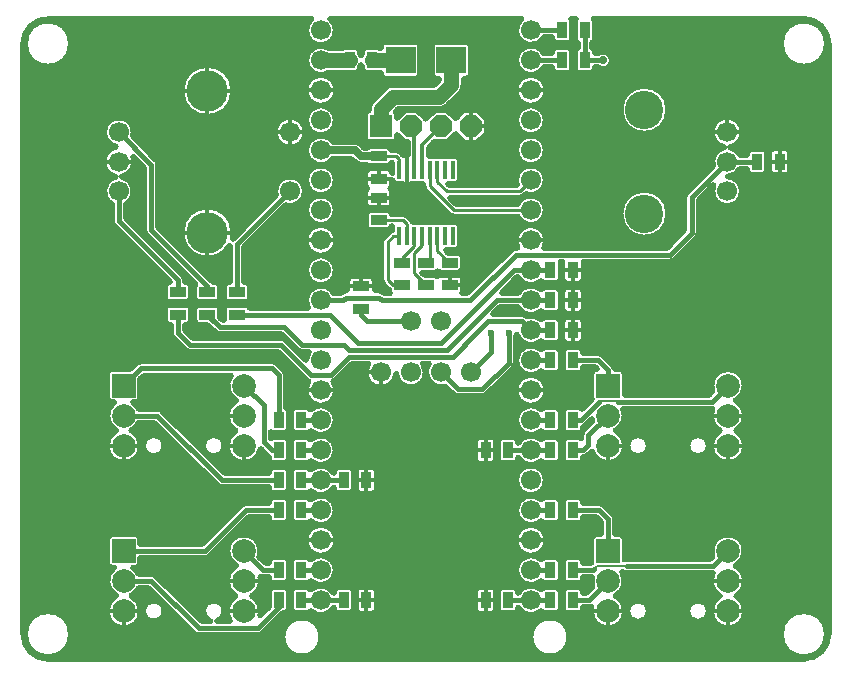
<source format=gbr>
G04 GENERATED BY PULSONIX 12.5 GERBER.DLL 9449*
G04 #@! TF.GenerationSoftware,Pulsonix,Pulsonix,12.5.9449*
G04 #@! TF.CreationDate,2025-01-20T21:22:03--1:00*
G04 #@! TF.Part,Single*
%FSLAX35Y35*%
%LPD*%
%MOMM*%
G04 #@! TF.FileFunction,Copper,L1,Top*
G04 #@! TF.FilePolarity,Positive*
G04 #@! TA.AperFunction,OtherCopper,Copper*
%ADD14C,0.50000*%
%ADD15C,0.30000*%
G04 #@! TA.AperFunction,Conductor*
%ADD16C,0.25400*%
G04 #@! TA.AperFunction,ViaPad*
%ADD17C,0.60000*%
%ADD18C,0.70000*%
G04 #@! TA.AperFunction,Conductor*
%ADD19C,0.63500*%
%ADD70C,0.40640*%
%ADD71C,1.27000*%
%ADD20C,0.30480*%
%ADD21C,0.15240*%
%ADD22C,0.20320*%
G04 #@! TA.AperFunction,ComponentPad*
%ADD23C,1.70000*%
G04 #@! TA.AperFunction,SMDPad,CuDef*
%ADD24R,1.40000X0.90000*%
%ADD25R,0.35000X1.60000*%
G04 #@! TA.AperFunction,ComponentPad*
%ADD26C,3.50000*%
%ADD27R,1.90500X1.90500*%
%AMT28*0 Octagon pad*4,1,8,0.39454,0.95250,-0.39454,0.95250,-0.95250,0.39454,-0.95250,-0.39454,-0.39454,-0.95250,0.39454,-0.95250,0.95250,-0.39454,0.95250,0.39454,0.39454,0.95250,0*%
%ADD28T28*%
G04 #@! TA.AperFunction,SMDPad,CuDef*
%ADD29R,0.90000X1.40000*%
G04 #@! TA.AperFunction,ComponentPad*
%ADD72R,2.00000X2.00000*%
%ADD73C,2.00000*%
G04 #@! TA.AperFunction,SMDPad,CuDef*
%ADD74R,2.50000X2.30000*%
G04 #@! TA.AperFunction,ComponentPad*
%ADD75C,3.25000*%
G04 #@! TD.AperFunction*
X0Y0D02*
D02*
D14*
X540800Y5625000D02*
Y625000D01*
G75*
G03*
X750000Y415800I209200J0D01*
G01*
X7150000D01*
G75*
G03*
X7359200Y625000I0J209200D01*
G01*
Y5625000D01*
G75*
G03*
X7150000Y5834200I-209200J0D01*
G01*
X5370792D01*
G75*
G02*
X5380490Y5808000I-30542J-26200D01*
G01*
Y5668000D01*
G75*
G02*
X5355810Y5630890I-40240J0D01*
G01*
Y5591110D01*
G75*
G02*
X5380490Y5554000I-15560J-37110D01*
G01*
Y5544560D01*
X5405351D01*
G75*
G02*
X5525240Y5484000I44649J-60560D01*
G01*
G75*
G02*
X5405351Y5423440I-75240J0D01*
G01*
X5380490D01*
Y5414000D01*
G75*
G02*
X5340250Y5373760I-40240J0D01*
G01*
X5250250D01*
G75*
G02*
X5210010Y5414000I0J40240D01*
G01*
Y5554000D01*
G75*
G02*
X5234690Y5591110I40240J0D01*
G01*
Y5630890D01*
G75*
G02*
X5210010Y5668000I15560J37110D01*
G01*
Y5808000D01*
G75*
G02*
X5219708Y5834200I40240J0D01*
G01*
X5180292D01*
G75*
G02*
X5189990Y5808000I-30542J-26200D01*
G01*
Y5668000D01*
G75*
G02*
X5149750Y5627760I-40240J0D01*
G01*
X5059750D01*
G75*
G02*
X5019510Y5668000I0J40240D01*
G01*
Y5677440D01*
X4948625D01*
G75*
G02*
X4713760Y5738000I-109625J60560D01*
G01*
G75*
G02*
X4758809Y5834200I125240J0D01*
G01*
X3141191D01*
G75*
G02*
X3186240Y5738000I-80191J-96200D01*
G01*
G75*
G02*
X2935760I-125240J0D01*
G01*
G75*
G02*
X2980809Y5834200I125240J0D01*
G01*
X750000D01*
G75*
G03*
X540800Y5625000I0J-209200D01*
G01*
X6002740Y4185000D02*
G75*
G02*
X5597260I-202740J0D01*
G01*
G75*
G02*
X6002740I202740J0D01*
G01*
Y5065000D02*
G75*
G02*
X5597260I-202740J0D01*
G01*
G75*
G02*
X6002740I202740J0D01*
G01*
X6630000Y4875000D02*
G75*
G02*
X6525722Y4747570I-130000J0D01*
G01*
G75*
G02*
X6609625Y4685560I-25721J-122570D01*
G01*
X6669510D01*
Y4695000D01*
G75*
G02*
X6709750Y4735240I40240J0D01*
G01*
X6799750D01*
G75*
G02*
X6839990Y4695000I0J-40240D01*
G01*
Y4555000D01*
G75*
G02*
X6799750Y4514760I-40240J0D01*
G01*
X6709750D01*
G75*
G02*
X6669510Y4555000I0J40240D01*
G01*
Y4564440D01*
X6609625D01*
G75*
G02*
X6507750Y4500000I-109625J60560D01*
G01*
G75*
G02*
X6625240Y4375000I-7750J-125000D01*
G01*
G75*
G02*
X6374760I-125240J0D01*
G01*
G75*
G02*
X6384817Y4424173I125240J0D01*
G01*
X6260560Y4299916D01*
Y4025000D01*
G75*
G02*
X6242640Y3981996I-60560J0D01*
G01*
X6055861Y3795217D01*
G75*
G02*
X6012857Y3777297I-43004J42640D01*
G01*
X5285231D01*
G75*
G02*
X5285250Y3776000I-44981J-1308D01*
G01*
Y3636000D01*
G75*
G02*
X5240250Y3591000I-45000J0D01*
G01*
X5150250D01*
G75*
G02*
X5105250Y3636000I0J45000D01*
G01*
Y3776000D01*
G75*
G02*
X5105269Y3777297I45000J-11D01*
G01*
X5089969D01*
G75*
G02*
X5089990Y3776000I-40219J-1300D01*
G01*
Y3636000D01*
G75*
G02*
X5049750Y3595760I-40240J0D01*
G01*
X4959750D01*
G75*
G02*
X4925286Y3615227I0J40240D01*
G01*
G75*
G02*
X4729375Y3645440I-86286J90773D01*
G01*
X4725084D01*
X4592204Y3512560D01*
X4729375D01*
G75*
G02*
X4925286Y3542773I109625J-60560D01*
G01*
G75*
G02*
X4959750Y3562240I34464J-20773D01*
G01*
X5049750D01*
G75*
G02*
X5089990Y3522000I0J-40240D01*
G01*
Y3382000D01*
G75*
G02*
X5049750Y3341760I-40240J0D01*
G01*
X4959750D01*
G75*
G02*
X4925286Y3361227I0J40240D01*
G01*
G75*
G02*
X4729375Y3391440I-86286J90773D01*
G01*
X4575084D01*
X4519204Y3335560D01*
X4762000D01*
G75*
G02*
X4804301Y3318337I0J-60560D01*
G01*
G75*
G02*
X4925286Y3288773I34699J-120337D01*
G01*
G75*
G02*
X4959750Y3308240I34464J-20773D01*
G01*
X5049750D01*
G75*
G02*
X5089990Y3268000I0J-40240D01*
G01*
Y3128000D01*
G75*
G02*
X5049750Y3087760I-40240J0D01*
G01*
X4959750D01*
G75*
G02*
X4925286Y3107227I0J40240D01*
G01*
G75*
G02*
X4719034Y3162039I-86286J90773D01*
G01*
G75*
G02*
X4710560Y3139417I-69034J12961D01*
G01*
Y2925000D01*
G75*
G02*
X4692640Y2881996I-60560J0D01*
G01*
X4468004Y2657360D01*
G75*
G02*
X4425000Y2639440I-43004J42640D01*
G01*
X4218500D01*
G75*
G02*
X4175496Y2657360I0J60560D01*
G01*
X4111694Y2721162D01*
G75*
G02*
X3975192Y2914440I-34694J120338D01*
G01*
X3924808D01*
G75*
G02*
X3948240Y2841500I-101808J-72940D01*
G01*
G75*
G02*
X3698392Y2828938I-125240J0D01*
G01*
G75*
G02*
X3439000Y2841500I-129392J12562D01*
G01*
G75*
G02*
X3461391Y2914440I130000J0D01*
G01*
X3325084D01*
X3191199Y2780555D01*
G75*
G02*
X3166787Y2765559I-43005J42639D01*
G01*
G75*
G02*
X3073562Y2560608I-105787J-75559D01*
G01*
G75*
G02*
X3186240Y2436000I-12562J-124608D01*
G01*
G75*
G02*
X2974714Y2345227I-125240J0D01*
G01*
G75*
G02*
X2940250Y2325760I-34464J20773D01*
G01*
X2850250D01*
G75*
G02*
X2810010Y2366000I0J40240D01*
G01*
Y2506000D01*
G75*
G02*
X2850250Y2546240I40240J0D01*
G01*
X2940250D01*
G75*
G02*
X2974714Y2526773I0J-40240D01*
G01*
G75*
G02*
X3048438Y2560608I86286J-90773D01*
G01*
G75*
G02*
X2955812Y2766390I12562J129392D01*
G01*
G75*
G02*
X2933801Y2780555I20993J56805D01*
G01*
X2699916Y3014440D01*
X1950000D01*
G75*
G02*
X1906996Y3032360I0J60560D01*
G01*
X1807360Y3131996D01*
G75*
G02*
X1789440Y3175000I42640J43004D01*
G01*
Y3244510D01*
X1780000D01*
G75*
G02*
X1739760Y3284750I0J40240D01*
G01*
Y3374750D01*
G75*
G02*
X1780000Y3414990I40240J0D01*
G01*
X1920000D01*
G75*
G02*
X1960240Y3374750I0J-40240D01*
G01*
Y3284750D01*
G75*
G02*
X1920000Y3244510I-40240J0D01*
G01*
X1910560D01*
Y3200084D01*
X1975084Y3135560D01*
X2725000D01*
G75*
G02*
X2768004Y3117640I0J-60560D01*
G01*
X2935892Y2949752D01*
G75*
G02*
X2957447Y3014440I125108J-5753D01*
G01*
X2900000D01*
G75*
G02*
X2856996Y3032360I0J60560D01*
G01*
X2724916Y3164440D01*
X2204750D01*
G75*
G02*
X2161746Y3182360I0J60560D01*
G01*
X2099596Y3244510D01*
X2030000D01*
G75*
G02*
X1989760Y3284750I0J40240D01*
G01*
Y3374750D01*
G75*
G02*
X2030000Y3414990I40240J0D01*
G01*
X2170000D01*
G75*
G02*
X2210240Y3374750I0J-40240D01*
G01*
Y3305154D01*
X2229834Y3285560D01*
X2239760D01*
Y3374750D01*
G75*
G02*
X2280000Y3414990I40240J0D01*
G01*
X2420000D01*
G75*
G02*
X2457110Y3390310I0J-40240D01*
G01*
X2952007D01*
G75*
G02*
X2935760Y3452000I108993J61689D01*
G01*
G75*
G02*
X3170625Y3512560I125240J0D01*
G01*
X3226916D01*
X3231996Y3517640D01*
G75*
G02*
X3275000Y3535560I43004J-42640D01*
G01*
X3285000D01*
Y3615250D01*
G75*
G02*
X3330000Y3660250I45000J0D01*
G01*
X3470000D01*
G75*
G02*
X3515000Y3615250I0J-45000D01*
G01*
Y3535560D01*
X3552000D01*
G75*
G02*
X3595004Y3517640I0J-60560D01*
G01*
X3600084Y3512560D01*
X3646431D01*
G75*
G02*
X3639760Y3534750I33569J22190D01*
G01*
Y3536472D01*
G75*
G02*
X3632684Y3542448I30489J43279D01*
G01*
X3587698Y3587434D01*
G75*
G02*
X3572060Y3625000I37302J37566D01*
G01*
Y3945000D01*
G75*
G02*
X3587698Y3982566I52940J0D01*
G01*
X3637434Y4032302D01*
G75*
G02*
X3664760Y4046940I37566J-37302D01*
G01*
Y4075000D01*
G75*
G02*
X3664801Y4076810I40240J-6D01*
G01*
X3659449D01*
G75*
G02*
X3620000Y4044510I-39449J7940D01*
G01*
X3480000D01*
G75*
G02*
X3439760Y4084750I0J40240D01*
G01*
Y4174750D01*
G75*
G02*
X3480000Y4214990I40240J0D01*
G01*
X3620000D01*
G75*
G02*
X3659449Y4182690I0J-40240D01*
G01*
X3757750D01*
G75*
G02*
X3795316Y4167052I0J-52940D01*
G01*
X3824802Y4137566D01*
G75*
G02*
X3838199Y4115240I-37302J-37566D01*
G01*
X3870000D01*
G75*
G02*
X3885000Y4112340I1J-40240D01*
G01*
G75*
G02*
X3900000Y4115240I14999J-37340D01*
G01*
X3935000D01*
G75*
G02*
X3950000Y4112340I1J-40240D01*
G01*
G75*
G02*
X3965000Y4115240I14999J-37340D01*
G01*
X4000000D01*
G75*
G02*
X4015000Y4112340I1J-40240D01*
G01*
G75*
G02*
X4030000Y4115240I14999J-37340D01*
G01*
X4065000D01*
G75*
G02*
X4080000Y4112340I1J-40240D01*
G01*
G75*
G02*
X4095000Y4115240I14999J-37340D01*
G01*
X4130000D01*
G75*
G02*
X4145000Y4112340I1J-40240D01*
G01*
G75*
G02*
X4160000Y4115240I14999J-37340D01*
G01*
X4195000D01*
G75*
G02*
X4235240Y4075000I0J-40240D01*
G01*
Y3915000D01*
G75*
G02*
X4195000Y3874760I-40240J0D01*
G01*
X4160000D01*
G75*
G02*
X4145000Y3877660I-1J40240D01*
G01*
G75*
G02*
X4130000Y3874760I-14999J37340D01*
G01*
X4120358D01*
X4139628Y3855490D01*
X4220000D01*
G75*
G02*
X4260240Y3815250I0J-40240D01*
G01*
Y3725250D01*
G75*
G02*
X4220000Y3685010I-40240J0D01*
G01*
X4080000D01*
G75*
G02*
X4050000Y3698431I0J40240D01*
G01*
G75*
G02*
X4020000Y3685010I-30000J26819D01*
G01*
X3919608D01*
X3939628Y3664990D01*
X4020000D01*
G75*
G02*
X4046619Y3654928I0J-40240D01*
G01*
G75*
G02*
X4080000Y3669750I33381J-30178D01*
G01*
X4220000D01*
G75*
G02*
X4265000Y3624750I0J-45000D01*
G01*
Y3534750D01*
G75*
G02*
X4259148Y3512560I-45000J1D01*
G01*
X4299916D01*
X4667853Y3880497D01*
G75*
G02*
X4710857Y3898417I43004J-42640D01*
G01*
X4724512D01*
G75*
G02*
X4826438Y4089392I114488J61583D01*
G01*
G75*
G02*
X4725499Y4161060I12561J124608D01*
G01*
X4186000D01*
G75*
G02*
X4148434Y4176698I0J52940D01*
G01*
X3945198Y4379934D01*
G75*
G02*
X3929560Y4417500I37302J37566D01*
G01*
Y4434760D01*
X3900000D01*
G75*
G02*
X3885000Y4437660I-1J40240D01*
G01*
G75*
G02*
X3870000Y4434760I-14999J37340D01*
G01*
X3835000D01*
G75*
G02*
X3826762Y4435612I-1J40240D01*
G01*
G75*
G02*
X3805000Y4430000I-21762J39388D01*
G01*
X3770000D01*
G75*
G02*
X3748238Y4435612I0J45000D01*
G01*
G75*
G02*
X3740000Y4434760I-8237J39388D01*
G01*
X3705000D01*
G75*
G02*
X3665000Y4470612I0J40240D01*
G01*
Y4434750D01*
G75*
G02*
X3648591Y4400000I-45000J0D01*
G01*
G75*
G02*
X3665000Y4365250I-28591J-34750D01*
G01*
Y4275250D01*
G75*
G02*
X3620000Y4230250I-45000J0D01*
G01*
X3480000D01*
G75*
G02*
X3435000Y4275250I0J45000D01*
G01*
Y4365250D01*
G75*
G02*
X3451409Y4400000I45000J0D01*
G01*
G75*
G02*
X3435000Y4434750I28591J34750D01*
G01*
Y4524750D01*
G75*
G02*
X3480000Y4569750I45000J0D01*
G01*
X3620000D01*
G75*
G02*
X3664760Y4529391I0J-45000D01*
G01*
Y4617310D01*
X3659449D01*
G75*
G02*
X3620000Y4585010I-39449J7940D01*
G01*
X3480000D01*
G75*
G02*
X3450154Y4598260I0J40240D01*
G01*
X3400279D01*
G75*
G02*
X3349095Y4619345I-279J71990D01*
G01*
X3318430Y4650010D01*
X3163482D01*
G75*
G02*
X2935760Y4722000I-102482J71990D01*
G01*
G75*
G02*
X3163482Y4793990I125240J0D01*
G01*
X3347971D01*
G75*
G02*
X3399155Y4772905I279J-71990D01*
G01*
X3429820Y4742240D01*
X3450154D01*
G75*
G02*
X3480000Y4755490I29846J-26990D01*
G01*
X3620000D01*
G75*
G02*
X3659449Y4723190I0J-40240D01*
G01*
X3700000D01*
G75*
G02*
X3737566Y4707552I0J-52940D01*
G01*
X3759802Y4685316D01*
G75*
G02*
X3764720Y4679689I-37303J-37565D01*
G01*
G75*
G02*
X3770000Y4680000I5281J-44689D01*
G01*
X3797020D01*
Y4789510D01*
X3783597D01*
G75*
G02*
X3755092Y4801296I-51J40240D01*
G01*
X3704490Y4851898D01*
Y4829750D01*
G75*
G02*
X3664250Y4789510I-40240J0D01*
G01*
X3473750D01*
G75*
G02*
X3433510Y4829750I0J40240D01*
G01*
Y5020250D01*
G75*
G02*
X3465260Y5059584I40240J0D01*
G01*
Y5069000D01*
G75*
G02*
X3495839Y5142549I103740J0D01*
G01*
X3601451Y5248161D01*
G75*
G02*
X3675000Y5278740I73549J-73161D01*
G01*
X4022030D01*
X4061260Y5317970D01*
Y5328760D01*
X4040000D01*
G75*
G02*
X3999760Y5369000I0J40240D01*
G01*
Y5599000D01*
G75*
G02*
X4040000Y5639240I40240J0D01*
G01*
X4290000D01*
G75*
G02*
X4330240Y5599000I0J-40240D01*
G01*
Y5369000D01*
G75*
G02*
X4290000Y5328760I-40240J0D01*
G01*
X4268740D01*
Y5275000D01*
G75*
G02*
X4238161Y5201451I-103740J0D01*
G01*
X4138549Y5101839D01*
G75*
G02*
X4065000Y5071260I-73549J73161D01*
G01*
X3717970D01*
X3694027Y5047317D01*
G75*
G02*
X3704490Y5020250I-29777J-27066D01*
G01*
Y4998102D01*
X3755092Y5048704D01*
G75*
G02*
X3783597Y5060490I28454J-28454D01*
G01*
X3862403D01*
G75*
G02*
X3890908Y5048704I51J-40240D01*
G01*
X3946704Y4992908D01*
G75*
G02*
X3950000Y4989176I-28455J-28452D01*
G01*
G75*
G02*
X3953296Y4992908I31751J-24720D01*
G01*
X4009092Y5048704D01*
G75*
G02*
X4037597Y5060490I28454J-28454D01*
G01*
X4116403D01*
G75*
G02*
X4144908Y5048704I51J-40240D01*
G01*
X4200704Y4992908D01*
X4200805Y4992807D01*
G75*
G02*
X4203930Y4996274I34944J-28355D01*
G01*
X4259726Y5052070D01*
G75*
G02*
X4291703Y5065250I31820J-31820D01*
G01*
X4370297D01*
G75*
G02*
X4402274Y5052070I157J-45000D01*
G01*
X4458070Y4996274D01*
G75*
G02*
X4471250Y4964297I-31820J-31820D01*
G01*
Y4885703D01*
G75*
G02*
X4458070Y4853726I-45000J-157D01*
G01*
X4402274Y4797930D01*
G75*
G02*
X4370297Y4784750I-31820J31820D01*
G01*
X4291703D01*
G75*
G02*
X4259726Y4797930I-157J45000D01*
G01*
X4203930Y4853726D01*
G75*
G02*
X4200805Y4857193I31819J31822D01*
G01*
X4200704Y4857092D01*
X4144908Y4801296D01*
G75*
G02*
X4116403Y4789510I-28454J28454D01*
G01*
X4037597D01*
G75*
G02*
X4022778Y4792318I-51J40240D01*
G01*
X3972980Y4742520D01*
Y4675240D01*
X4000000D01*
G75*
G02*
X4015000Y4672340I1J-40240D01*
G01*
G75*
G02*
X4030000Y4675240I14999J-37340D01*
G01*
X4065000D01*
G75*
G02*
X4080000Y4672340I1J-40240D01*
G01*
G75*
G02*
X4095000Y4675240I14999J-37340D01*
G01*
X4130000D01*
G75*
G02*
X4145000Y4672340I1J-40240D01*
G01*
G75*
G02*
X4160000Y4675240I14999J-37340D01*
G01*
X4195000D01*
G75*
G02*
X4235240Y4635000I0J-40240D01*
G01*
Y4475000D01*
G75*
G02*
X4195000Y4434760I-40240J0D01*
G01*
X4160000D01*
G75*
G02*
X4145000Y4437660I-1J40240D01*
G01*
G75*
G02*
X4139072Y4435796I-14998J37340D01*
G01*
X4146928Y4427940D01*
X4720340D01*
G75*
G02*
X4713760Y4468000I118660J40061D01*
G01*
G75*
G02*
X4964240I125240J0D01*
G01*
G75*
G02*
X4796177Y4350309I-125240J0D01*
G01*
X4783566Y4337698D01*
G75*
G02*
X4746000Y4322060I-37566J37302D01*
G01*
X4152808D01*
X4207928Y4266940D01*
X4725499D01*
G75*
G02*
X4964240Y4214000I113501J-52940D01*
G01*
G75*
G02*
X4851562Y4089392I-125240J0D01*
G01*
G75*
G02*
X4953488Y3898417I-12562J-129392D01*
G01*
X5987773D01*
X6139440Y4050084D01*
Y4325000D01*
G75*
G02*
X6157360Y4368004I60560J0D01*
G01*
X6379662Y4590306D01*
G75*
G02*
X6474278Y4747570I120338J34694D01*
G01*
G75*
G02*
X6370000Y4875000I25722J127430D01*
G01*
G75*
G02*
X6630000I130000J0D01*
G01*
X6648240Y2729000D02*
G75*
G02*
X6572884Y2604673I-140240J0D01*
G01*
G75*
G02*
X6577971Y2348000I-64884J-129673D01*
G01*
G75*
G02*
X6653000Y2221000I-69971J-127000D01*
G01*
G75*
G02*
X6363000I-145000J0D01*
G01*
G75*
G02*
X6438029Y2348000I145000J0D01*
G01*
G75*
G02*
X6375078Y2532937I69971J127000D01*
G01*
G75*
G02*
X6372440Y2532880I-2627J60503D01*
G01*
X5619739D01*
G75*
G02*
X5556884Y2350673I-127739J-57879D01*
G01*
G75*
G02*
X5637000Y2221000I-64884J-129673D01*
G01*
G75*
G02*
X5356096Y2170452I-145000J0D01*
G01*
X5325004Y2139360D01*
G75*
G02*
X5282000Y2121440I-43004J42640D01*
G01*
X5280490D01*
Y2112000D01*
G75*
G02*
X5240250Y2071760I-40240J0D01*
G01*
X5150250D01*
G75*
G02*
X5110010Y2112000I0J40240D01*
G01*
Y2252000D01*
G75*
G02*
X5150250Y2292240I40240J0D01*
G01*
X5240250D01*
G75*
G02*
X5264440Y2284157I-1J-40240D01*
G01*
Y2308000D01*
G75*
G02*
X5282360Y2351004I60560J0D01*
G01*
X5359736Y2428380D01*
G75*
G02*
X5355122Y2444478I132264J46620D01*
G01*
X5304004Y2393360D01*
G75*
G02*
X5280490Y2378662I-43004J42640D01*
G01*
Y2366000D01*
G75*
G02*
X5240250Y2325760I-40240J0D01*
G01*
X5150250D01*
G75*
G02*
X5110010Y2366000I0J40240D01*
G01*
Y2506000D01*
G75*
G02*
X5150250Y2546240I40240J0D01*
G01*
X5240250D01*
G75*
G02*
X5271142Y2531786I0J-40240D01*
G01*
X5354296Y2614940D01*
G75*
G02*
X5351760Y2629000I37704J14059D01*
G01*
Y2829000D01*
G75*
G02*
X5392000Y2869240I40240J0D01*
G01*
X5395116D01*
X5380916Y2883440D01*
X5280490D01*
Y2874000D01*
G75*
G02*
X5240250Y2833760I-40240J0D01*
G01*
X5150250D01*
G75*
G02*
X5110010Y2874000I0J40240D01*
G01*
Y3014000D01*
G75*
G02*
X5150250Y3054240I40240J0D01*
G01*
X5240250D01*
G75*
G02*
X5280490Y3014000I0J-40240D01*
G01*
Y3004560D01*
X5406000D01*
G75*
G02*
X5449004Y2986640I0J-60560D01*
G01*
X5534640Y2901004D01*
G75*
G02*
X5551508Y2869240I-42640J-43004D01*
G01*
X5592000D01*
G75*
G02*
X5632240Y2829000I0J-40240D01*
G01*
Y2654000D01*
X6347356D01*
X6375736Y2682380D01*
G75*
G02*
X6367760Y2729000I132264J46621D01*
G01*
G75*
G02*
X6648240I140240J0D01*
G01*
Y1329000D02*
G75*
G02*
X6572884Y1204673I-140240J0D01*
G01*
G75*
G02*
X6577971Y948000I-64884J-129673D01*
G01*
G75*
G02*
X6653000Y821000I-69971J-127000D01*
G01*
G75*
G02*
X6363000I-145000J0D01*
G01*
G75*
G02*
X6438029Y948000I145000J0D01*
G01*
G75*
G02*
X6378330Y1139890I69971J127000D01*
G01*
X5649550D01*
G75*
G02*
X5615974Y1150050I0J60560D01*
G01*
X5610468D01*
G75*
G02*
X5556884Y950673I-118468J-75050D01*
G01*
G75*
G02*
X5637000Y821000I-64884J-129673D01*
G01*
G75*
G02*
X5347000I-145000J0D01*
G01*
G75*
G02*
X5351203Y855657I145000J-1D01*
G01*
G75*
G02*
X5329000Y851440I-22203J56343D01*
G01*
X5280490D01*
Y842000D01*
G75*
G02*
X5240250Y801760I-40240J0D01*
G01*
X5150250D01*
G75*
G02*
X5110010Y842000I0J40240D01*
G01*
Y982000D01*
G75*
G02*
X5150250Y1022240I40240J0D01*
G01*
X5240250D01*
G75*
G02*
X5280490Y982000I0J-40240D01*
G01*
Y972560D01*
X5303916D01*
X5359736Y1028380D01*
G75*
G02*
X5355103Y1105440I132264J46621D01*
G01*
X5280490D01*
Y1096000D01*
G75*
G02*
X5240250Y1055760I-40240J0D01*
G01*
X5150250D01*
G75*
G02*
X5110010Y1096000I0J40240D01*
G01*
Y1236000D01*
G75*
G02*
X5150250Y1276240I40240J0D01*
G01*
X5240250D01*
G75*
G02*
X5280490Y1236000I0J-40240D01*
G01*
Y1226560D01*
X5343235D01*
G75*
G02*
X5351760Y1230923I31766J-51559D01*
G01*
Y1429000D01*
G75*
G02*
X5392000Y1469240I40240J0D01*
G01*
X5431440D01*
Y1574916D01*
X5392916Y1613440D01*
X5280490D01*
Y1604000D01*
G75*
G02*
X5240250Y1563760I-40240J0D01*
G01*
X5150250D01*
G75*
G02*
X5110010Y1604000I0J40240D01*
G01*
Y1744000D01*
G75*
G02*
X5150250Y1784240I40240J0D01*
G01*
X5240250D01*
G75*
G02*
X5280490Y1744000I0J-40240D01*
G01*
Y1734560D01*
X5418000D01*
G75*
G02*
X5461004Y1716640I0J-60560D01*
G01*
X5534640Y1643004D01*
G75*
G02*
X5552560Y1600000I-42640J-43004D01*
G01*
Y1469240D01*
X5592000D01*
G75*
G02*
X5632240Y1429000I0J-40240D01*
G01*
Y1258483D01*
G75*
G02*
X5649550Y1261010I17311J-58033D01*
G01*
X6354366D01*
X6375736Y1282380D01*
G75*
G02*
X6367760Y1329000I132264J46621D01*
G01*
G75*
G02*
X6648240I140240J0D01*
G01*
X5836240Y821000D02*
G75*
G02*
X5655760I-90240J0D01*
G01*
G75*
G02*
X5836240I90240J0D01*
G01*
X6344240D02*
G75*
G02*
X6163760I-90240J0D01*
G01*
G75*
G02*
X6344240I90240J0D01*
G01*
X5836240Y2221000D02*
G75*
G02*
X5655760I-90240J0D01*
G01*
G75*
G02*
X5836240I90240J0D01*
G01*
X6344240D02*
G75*
G02*
X6163760I-90240J0D01*
G01*
G75*
G02*
X6344240I90240J0D01*
G01*
X5105250Y3268000D02*
G75*
G02*
X5150250Y3313000I45000J0D01*
G01*
X5240250D01*
G75*
G02*
X5285250Y3268000I0J-45000D01*
G01*
Y3128000D01*
G75*
G02*
X5240250Y3083000I-45000J0D01*
G01*
X5150250D01*
G75*
G02*
X5105250Y3128000I0J45000D01*
G01*
Y3268000D01*
Y3522000D02*
G75*
G02*
X5150250Y3567000I45000J0D01*
G01*
X5240250D01*
G75*
G02*
X5285250Y3522000I0J-45000D01*
G01*
Y3382000D01*
G75*
G02*
X5240250Y3337000I-45000J0D01*
G01*
X5150250D01*
G75*
G02*
X5105250Y3382000I0J45000D01*
G01*
Y3522000D01*
X4925286Y3034773D02*
G75*
G02*
X4959750Y3054240I34464J-20773D01*
G01*
X5049750D01*
G75*
G02*
X5089990Y3014000I0J-40240D01*
G01*
Y2874000D01*
G75*
G02*
X5049750Y2833760I-40240J0D01*
G01*
X4959750D01*
G75*
G02*
X4925286Y2853227I0J40240D01*
G01*
G75*
G02*
X4851562Y2819392I-86286J90773D01*
G01*
G75*
G02*
Y2560608I-12562J-129392D01*
G01*
G75*
G02*
X4925286Y2526773I-12562J-124608D01*
G01*
G75*
G02*
X4959750Y2546240I34464J-20773D01*
G01*
X5049750D01*
G75*
G02*
X5089990Y2506000I0J-40240D01*
G01*
Y2366000D01*
G75*
G02*
X5049750Y2325760I-40240J0D01*
G01*
X4959750D01*
G75*
G02*
X4925286Y2345227I0J40240D01*
G01*
G75*
G02*
X4713760Y2436000I-86286J90773D01*
G01*
G75*
G02*
X4826438Y2560608I125240J0D01*
G01*
G75*
G02*
Y2819392I12562J129392D01*
G01*
G75*
G02*
X4713760Y2944000I12562J124608D01*
G01*
G75*
G02*
X4925286Y3034773I125240J0D01*
G01*
X4560010Y982000D02*
G75*
G02*
X4600250Y1022240I40240J0D01*
G01*
X4690250D01*
G75*
G02*
X4730490Y982000I0J-40240D01*
G01*
Y974535D01*
G75*
G02*
X4925286Y1002773I108510J-62535D01*
G01*
G75*
G02*
X4959750Y1022240I34464J-20773D01*
G01*
X5049750D01*
G75*
G02*
X5089990Y982000I0J-40240D01*
G01*
Y842000D01*
G75*
G02*
X5049750Y801760I-40240J0D01*
G01*
X4959750D01*
G75*
G02*
X4925286Y821227I0J40240D01*
G01*
G75*
G02*
X4730490Y849465I-86286J90773D01*
G01*
Y842000D01*
G75*
G02*
X4690250Y801760I-40240J0D01*
G01*
X4600250D01*
G75*
G02*
X4560010Y842000I0J40240D01*
G01*
Y982000D01*
X5165240Y601500D02*
G75*
G02*
X4834760I-165240J0D01*
G01*
G75*
G02*
X5165240I165240J0D01*
G01*
X4560010Y2252000D02*
G75*
G02*
X4600250Y2292240I40240J0D01*
G01*
X4690250D01*
G75*
G02*
X4730490Y2252000I0J-40240D01*
G01*
Y2244535D01*
G75*
G02*
X4925286Y2272773I108510J-62535D01*
G01*
G75*
G02*
X4959750Y2292240I34464J-20773D01*
G01*
X5049750D01*
G75*
G02*
X5089990Y2252000I0J-40240D01*
G01*
Y2112000D01*
G75*
G02*
X5049750Y2071760I-40240J0D01*
G01*
X4959750D01*
G75*
G02*
X4925286Y2091227I0J40240D01*
G01*
G75*
G02*
X4730490Y2119465I-86286J90773D01*
G01*
Y2112000D01*
G75*
G02*
X4690250Y2071760I-40240J0D01*
G01*
X4600250D01*
G75*
G02*
X4560010Y2112000I0J40240D01*
G01*
Y2252000D01*
X4826438Y1549392D02*
G75*
G02*
X4713760Y1674000I12562J124608D01*
G01*
G75*
G02*
X4925286Y1764773I125240J0D01*
G01*
G75*
G02*
X4959750Y1784240I34464J-20773D01*
G01*
X5049750D01*
G75*
G02*
X5089990Y1744000I0J-40240D01*
G01*
Y1604000D01*
G75*
G02*
X5049750Y1563760I-40240J0D01*
G01*
X4959750D01*
G75*
G02*
X4925286Y1583227I0J40240D01*
G01*
G75*
G02*
X4851562Y1549392I-86286J90773D01*
G01*
G75*
G02*
Y1290608I-12562J-129392D01*
G01*
G75*
G02*
X4925286Y1256773I-12562J-124608D01*
G01*
G75*
G02*
X4959750Y1276240I34464J-20773D01*
G01*
X5049750D01*
G75*
G02*
X5089990Y1236000I0J-40240D01*
G01*
Y1096000D01*
G75*
G02*
X5049750Y1055760I-40240J0D01*
G01*
X4959750D01*
G75*
G02*
X4925286Y1075227I0J40240D01*
G01*
G75*
G02*
X4713760Y1166000I-86286J90773D01*
G01*
G75*
G02*
X4826438Y1290608I125240J0D01*
G01*
G75*
G02*
Y1549392I12562J129392D01*
G01*
X4964240Y1928000D02*
G75*
G02*
X4713760I-125240J0D01*
G01*
G75*
G02*
X4964240I125240J0D01*
G01*
X4364750Y982000D02*
G75*
G02*
X4409750Y1027000I45000J0D01*
G01*
X4499750D01*
G75*
G02*
X4544750Y982000I0J-45000D01*
G01*
Y842000D01*
G75*
G02*
X4499750Y797000I-45000J0D01*
G01*
X4409750D01*
G75*
G02*
X4364750Y842000I0J45000D01*
G01*
Y982000D01*
Y2252000D02*
G75*
G02*
X4409750Y2297000I45000J0D01*
G01*
X4499750D01*
G75*
G02*
X4544750Y2252000I0J-45000D01*
G01*
Y2112000D01*
G75*
G02*
X4499750Y2067000I-45000J0D01*
G01*
X4409750D01*
G75*
G02*
X4364750Y2112000I0J45000D01*
G01*
Y2252000D01*
X3355250Y982000D02*
G75*
G02*
X3400250Y1027000I45000J0D01*
G01*
X3490250D01*
G75*
G02*
X3535250Y982000I0J-45000D01*
G01*
Y842000D01*
G75*
G02*
X3490250Y797000I-45000J0D01*
G01*
X3400250D01*
G75*
G02*
X3355250Y842000I0J45000D01*
G01*
Y982000D01*
Y1998000D02*
G75*
G02*
X3400250Y2043000I45000J0D01*
G01*
X3490250D01*
G75*
G02*
X3535250Y1998000I0J-45000D01*
G01*
Y1858000D01*
G75*
G02*
X3490250Y1813000I-45000J0D01*
G01*
X3400250D01*
G75*
G02*
X3355250Y1858000I0J45000D01*
G01*
Y1998000D01*
X2810010Y982000D02*
G75*
G02*
X2850250Y1022240I40240J0D01*
G01*
X2940250D01*
G75*
G02*
X2974714Y1002773I0J-40240D01*
G01*
G75*
G02*
X3169510Y974535I86286J-90773D01*
G01*
Y982000D01*
G75*
G02*
X3209750Y1022240I40240J0D01*
G01*
X3299750D01*
G75*
G02*
X3339990Y982000I0J-40240D01*
G01*
Y842000D01*
G75*
G02*
X3299750Y801760I-40240J0D01*
G01*
X3209750D01*
G75*
G02*
X3169510Y842000I0J40240D01*
G01*
Y849465D01*
G75*
G02*
X2974714Y821227I-108510J62535D01*
G01*
G75*
G02*
X2940250Y801760I-34464J20773D01*
G01*
X2850250D01*
G75*
G02*
X2810010Y842000I0J40240D01*
G01*
Y982000D01*
Y1236000D02*
G75*
G02*
X2850250Y1276240I40240J0D01*
G01*
X2940250D01*
G75*
G02*
X2974714Y1256773I0J-40240D01*
G01*
G75*
G02*
X3048438Y1290608I86286J-90773D01*
G01*
G75*
G02*
Y1549392I12562J129392D01*
G01*
G75*
G02*
X2974714Y1583227I12562J124608D01*
G01*
G75*
G02*
X2940250Y1563760I-34464J20773D01*
G01*
X2850250D01*
G75*
G02*
X2810010Y1604000I0J40240D01*
G01*
Y1744000D01*
G75*
G02*
X2850250Y1784240I40240J0D01*
G01*
X2940250D01*
G75*
G02*
X2974714Y1764773I0J-40240D01*
G01*
G75*
G02*
X3186240Y1674000I86286J-90773D01*
G01*
G75*
G02*
X3073562Y1549392I-125240J0D01*
G01*
G75*
G02*
Y1290608I-12562J-129392D01*
G01*
G75*
G02*
X3186240Y1166000I-12562J-124608D01*
G01*
G75*
G02*
X2974714Y1075227I-125240J0D01*
G01*
G75*
G02*
X2940250Y1055760I-34464J20773D01*
G01*
X2850250D01*
G75*
G02*
X2810010Y1096000I0J40240D01*
G01*
Y1236000D01*
Y1998000D02*
G75*
G02*
X2850250Y2038240I40240J0D01*
G01*
X2940250D01*
G75*
G02*
X2974714Y2018773I0J-40240D01*
G01*
G75*
G02*
X3169510Y1990535I86286J-90773D01*
G01*
Y1998000D01*
G75*
G02*
X3209750Y2038240I40240J0D01*
G01*
X3299750D01*
G75*
G02*
X3339990Y1998000I0J-40240D01*
G01*
Y1858000D01*
G75*
G02*
X3299750Y1817760I-40240J0D01*
G01*
X3209750D01*
G75*
G02*
X3169510Y1858000I0J40240D01*
G01*
Y1865465D01*
G75*
G02*
X2974714Y1837227I-108510J62535D01*
G01*
G75*
G02*
X2940250Y1817760I-34464J20773D01*
G01*
X2850250D01*
G75*
G02*
X2810010Y1858000I0J40240D01*
G01*
Y1998000D01*
Y2252000D02*
G75*
G02*
X2850250Y2292240I40240J0D01*
G01*
X2940250D01*
G75*
G02*
X2974714Y2272773I0J-40240D01*
G01*
G75*
G02*
X3186240Y2182000I86286J-90773D01*
G01*
G75*
G02*
X2974714Y2091227I-125240J0D01*
G01*
G75*
G02*
X2940250Y2071760I-34464J20773D01*
G01*
X2850250D01*
G75*
G02*
X2810010Y2112000I0J40240D01*
G01*
Y2252000D01*
X6855250Y4695000D02*
G75*
G02*
X6900250Y4740000I45000J0D01*
G01*
X6990250D01*
G75*
G02*
X7035250Y4695000I0J-45000D01*
G01*
Y4555000D01*
G75*
G02*
X6990250Y4510000I-45000J0D01*
G01*
X6900250D01*
G75*
G02*
X6855250Y4555000I0J45000D01*
G01*
Y4695000D01*
X7345240Y625000D02*
G75*
G02*
X6954760I-195240J0D01*
G01*
G75*
G02*
X7345240I195240J0D01*
G01*
Y5625000D02*
G75*
G02*
X6954760I-195240J0D01*
G01*
G75*
G02*
X7345240I195240J0D01*
G01*
X4826438Y5359392D02*
G75*
G02*
X4713760Y5484000I12562J124608D01*
G01*
G75*
G02*
X4948625Y5544560I125240J0D01*
G01*
X5019510D01*
Y5554000D01*
G75*
G02*
X5059750Y5594240I40240J0D01*
G01*
X5149750D01*
G75*
G02*
X5189990Y5554000I0J-40240D01*
G01*
Y5414000D01*
G75*
G02*
X5149750Y5373760I-40240J0D01*
G01*
X5059750D01*
G75*
G02*
X5019510Y5414000I0J40240D01*
G01*
Y5423440D01*
X4948625D01*
G75*
G02*
X4851562Y5359392I-109624J60560D01*
G01*
G75*
G02*
Y5100608I-12562J-129392D01*
G01*
G75*
G02*
X4964240Y4976000I-12562J-124608D01*
G01*
G75*
G02*
X4713760I-125240J0D01*
G01*
G75*
G02*
X4826438Y5100608I125240J0D01*
G01*
G75*
G02*
Y5359392I12562J129392D01*
G01*
X4964240Y4722000D02*
G75*
G02*
X4713760I-125240J0D01*
G01*
G75*
G02*
X4964240I125240J0D01*
G01*
X1324278Y4752430D02*
G75*
G02*
X1224760Y4875000I25722J122570D01*
G01*
G75*
G02*
X1475240I125240J0D01*
G01*
G75*
G02*
X1470338Y4840306I-125240J2D01*
G01*
X1667640Y4643004D01*
G75*
G02*
X1685560Y4600000I-42640J-43004D01*
G01*
Y4075084D01*
X2142640Y3618004D01*
G75*
G02*
X2152325Y3605490I-42639J-43005D01*
G01*
X2170000D01*
G75*
G02*
X2210240Y3565250I0J-40240D01*
G01*
Y3475250D01*
G75*
G02*
X2170000Y3435010I-40240J0D01*
G01*
X2030000D01*
G75*
G02*
X1989760Y3475250I0J40240D01*
G01*
Y3565250D01*
G75*
G02*
X1998752Y3590604I40240J0D01*
G01*
X1582360Y4006996D01*
G75*
G02*
X1564440Y4050000I42640J43004D01*
G01*
Y4574916D01*
X1473370Y4665986D01*
G75*
G02*
X1375722Y4497570I-123370J-40986D01*
G01*
G75*
G02*
X1410560Y4265375I-25722J-122570D01*
G01*
Y4146058D01*
X1892640Y3663978D01*
G75*
G02*
X1910560Y3620974I-42640J-43004D01*
G01*
Y3605490D01*
X1920000D01*
G75*
G02*
X1960240Y3565250I0J-40240D01*
G01*
Y3475250D01*
G75*
G02*
X1920000Y3435010I-40240J0D01*
G01*
X1780000D01*
G75*
G02*
X1739760Y3475250I0J40240D01*
G01*
Y3565250D01*
G75*
G02*
X1779840Y3605490I40240J0D01*
G01*
X1307360Y4077970D01*
G75*
G02*
X1289440Y4120974I42640J43004D01*
G01*
Y4265375D01*
G75*
G02*
X1324278Y4497570I60560J109625D01*
G01*
G75*
G02*
Y4752430I25722J127430D01*
G01*
X1327116Y950673D02*
G75*
G02*
X1309988Y1188760I64884J124327D01*
G01*
X1292000D01*
G75*
G02*
X1251760Y1229000I0J40240D01*
G01*
Y1429000D01*
G75*
G02*
X1292000Y1469240I40240J0D01*
G01*
X1492000D01*
G75*
G02*
X1532240Y1429000I0J-40240D01*
G01*
Y1389560D01*
X2053916D01*
X2380996Y1716640D01*
G75*
G02*
X2424000Y1734560I43004J-42640D01*
G01*
X2619510D01*
Y1744000D01*
G75*
G02*
X2659750Y1784240I40240J0D01*
G01*
X2749750D01*
G75*
G02*
X2789990Y1744000I0J-40240D01*
G01*
Y1604000D01*
G75*
G02*
X2749750Y1563760I-40240J0D01*
G01*
X2659750D01*
G75*
G02*
X2619510Y1604000I0J40240D01*
G01*
Y1613440D01*
X2449084D01*
X2122004Y1286360D01*
G75*
G02*
X2079000Y1268440I-43004J42640D01*
G01*
X1532240D01*
Y1229000D01*
G75*
G02*
X1492000Y1188760I-40240J0D01*
G01*
X1474012D01*
G75*
G02*
X1518490Y1135560I-82012J-113760D01*
G01*
X1625000D01*
G75*
G02*
X1668004Y1117640I0J-60560D01*
G01*
X2050084Y735560D01*
X2124961D01*
G75*
G02*
X2063760Y821000I29039J85440D01*
G01*
G75*
G02*
X2244240I90240J0D01*
G01*
G75*
G02*
X2183039Y735560I-90240J0D01*
G01*
X2290846D01*
G75*
G02*
X2338029Y948000I117154J85440D01*
G01*
G75*
G02*
X2343116Y1204673I69971J127000D01*
G01*
G75*
G02*
X2267760Y1329000I64884J124327D01*
G01*
G75*
G02*
X2548240I140240J0D01*
G01*
G75*
G02*
X2540264Y1282380I-140240J1D01*
G01*
X2596084Y1226560D01*
X2619510D01*
Y1236000D01*
G75*
G02*
X2659750Y1276240I40240J0D01*
G01*
X2749750D01*
G75*
G02*
X2789990Y1236000I0J-40240D01*
G01*
Y1096000D01*
G75*
G02*
X2749750Y1055760I-40240J0D01*
G01*
X2659750D01*
G75*
G02*
X2619510Y1096000I0J40240D01*
G01*
Y1105440D01*
X2571000D01*
G75*
G02*
X2548797Y1109657I0J60560D01*
G01*
G75*
G02*
X2477971Y948000I-140797J-34657D01*
G01*
G75*
G02*
X2548144Y783788I-69971J-127000D01*
G01*
X2619510Y855154D01*
Y982000D01*
G75*
G02*
X2659750Y1022240I40240J0D01*
G01*
X2749750D01*
G75*
G02*
X2789990Y982000I0J-40240D01*
G01*
Y842000D01*
G75*
G02*
X2749750Y801760I-40240J0D01*
G01*
X2737404D01*
X2568004Y632360D01*
G75*
G02*
X2525000Y614440I-43004J42640D01*
G01*
X2025000D01*
G75*
G02*
X1981996Y632360I0J60560D01*
G01*
X1599916Y1014440D01*
X1518490D01*
G75*
G02*
X1456884Y950673I-126490J60560D01*
G01*
G75*
G02*
X1537000Y821000I-64884J-129673D01*
G01*
G75*
G02*
X1247000I-145000J0D01*
G01*
G75*
G02*
X1327116Y950673I145000J0D01*
G01*
X3065240Y601500D02*
G75*
G02*
X2734760I-165240J0D01*
G01*
G75*
G02*
X3065240I165240J0D01*
G01*
X1736240Y821000D02*
G75*
G02*
X1555760I-90240J0D01*
G01*
G75*
G02*
X1736240I90240J0D01*
G01*
X1327116Y2350673D02*
G75*
G02*
X1309988Y2588760I64884J124327D01*
G01*
X1292000D01*
G75*
G02*
X1251760Y2629000I0J40240D01*
G01*
Y2829000D01*
G75*
G02*
X1292000Y2869240I40240J0D01*
G01*
X1446596D01*
X1494996Y2917640D01*
G75*
G02*
X1538000Y2935560I43004J-42640D01*
G01*
X2650000D01*
G75*
G02*
X2693004Y2917640I0J-60560D01*
G01*
X2747390Y2863254D01*
G75*
G02*
X2765310Y2820250I-42640J-43004D01*
G01*
Y2543110D01*
G75*
G02*
X2789990Y2506000I-15560J-37110D01*
G01*
Y2366000D01*
G75*
G02*
X2749750Y2325760I-40240J0D01*
G01*
X2659750D01*
G75*
G02*
X2635560Y2333843I1J40240D01*
G01*
Y2284157D01*
G75*
G02*
X2659750Y2292240I24191J-32157D01*
G01*
X2749750D01*
G75*
G02*
X2789990Y2252000I0J-40240D01*
G01*
Y2112000D01*
G75*
G02*
X2749750Y2071760I-40240J0D01*
G01*
X2659750D01*
G75*
G02*
X2619510Y2112000I0J40240D01*
G01*
Y2126181D01*
G75*
G02*
X2599996Y2139360I23490J55819D01*
G01*
X2549595Y2189761D01*
G75*
G02*
X2263000Y2221000I-141595J31239D01*
G01*
G75*
G02*
X2338029Y2348000I145000J0D01*
G01*
G75*
G02*
X2343116Y2604673I69971J127000D01*
G01*
G75*
G02*
X2296792Y2814440I64884J124327D01*
G01*
X1563084D01*
X1532240Y2783596D01*
Y2629000D01*
G75*
G02*
X1492000Y2588760I-40240J0D01*
G01*
X1474012D01*
G75*
G02*
X1518490Y2535560I-82012J-113760D01*
G01*
X1675000D01*
G75*
G02*
X1718004Y2517640I0J-60560D01*
G01*
X2247084Y1988560D01*
X2619510D01*
Y1998000D01*
G75*
G02*
X2659750Y2038240I40240J0D01*
G01*
X2749750D01*
G75*
G02*
X2789990Y1998000I0J-40240D01*
G01*
Y1858000D01*
G75*
G02*
X2749750Y1817760I-40240J0D01*
G01*
X2659750D01*
G75*
G02*
X2619510Y1858000I0J40240D01*
G01*
Y1867440D01*
X2222000D01*
G75*
G02*
X2178996Y1885360I0J60560D01*
G01*
X1649916Y2414440D01*
X1518490D01*
G75*
G02*
X1456884Y2350673I-126490J60560D01*
G01*
G75*
G02*
X1537000Y2221000I-64884J-129673D01*
G01*
G75*
G02*
X1247000I-145000J0D01*
G01*
G75*
G02*
X1327116Y2350673I145000J0D01*
G01*
X2244240Y2221000D02*
G75*
G02*
X2063760I-90240J0D01*
G01*
G75*
G02*
X2244240I90240J0D01*
G01*
X1736240D02*
G75*
G02*
X1555760I-90240J0D01*
G01*
G75*
G02*
X1736240I90240J0D01*
G01*
X2320000Y4025000D02*
G75*
G02*
X2314208Y3974852I-220000J1D01*
G01*
X2679662Y4340306D01*
G75*
G02*
X2674760Y4375000I120338J34696D01*
G01*
G75*
G02*
X2925240I125240J0D01*
G01*
G75*
G02*
X2765306Y4254662I-125240J0D01*
G01*
X2410560Y3899916D01*
Y3605490D01*
X2420000D01*
G75*
G02*
X2460240Y3565250I0J-40240D01*
G01*
Y3475250D01*
G75*
G02*
X2420000Y3435010I-40240J0D01*
G01*
X2280000D01*
G75*
G02*
X2239760Y3475250I0J40240D01*
G01*
Y3565250D01*
G75*
G02*
X2280000Y3605490I40240J0D01*
G01*
X2289440D01*
Y3913141D01*
G75*
G02*
X1880000Y4025000I-189440J111859D01*
G01*
G75*
G02*
X2320000I220000J0D01*
G01*
Y5225000D02*
G75*
G02*
X1880000I-220000J0D01*
G01*
G75*
G02*
X2320000I220000J0D01*
G01*
X2930000Y4875000D02*
G75*
G02*
X2670000I-130000J0D01*
G01*
G75*
G02*
X2930000I130000J0D01*
G01*
X3048438Y4089392D02*
G75*
G02*
X2935760Y4214000I12562J124608D01*
G01*
G75*
G02*
X3186240I125240J0D01*
G01*
G75*
G02*
X3073562Y4089392I-125240J0D01*
G01*
G75*
G02*
Y3830608I-12562J-129392D01*
G01*
G75*
G02*
X3186240Y3706000I-12562J-124608D01*
G01*
G75*
G02*
X2935760I-125240J0D01*
G01*
G75*
G02*
X3048438Y3830608I125240J0D01*
G01*
G75*
G02*
Y4089392I12562J129392D01*
G01*
Y5359392D02*
G75*
G02*
X2935760Y5484000I12562J124608D01*
G01*
G75*
G02*
X3131165Y5587740I125240J0D01*
G01*
X3237821D01*
G75*
G02*
X3259750Y5594240I21929J-33740D01*
G01*
X3349750D01*
G75*
G02*
X3389990Y5554000I0J-40240D01*
G01*
Y5543128D01*
G75*
G02*
X3400000Y5525103I-85240J-59129D01*
G01*
G75*
G02*
X3410010Y5543128I95250J-41104D01*
G01*
Y5554000D01*
G75*
G02*
X3450250Y5594240I40240J0D01*
G01*
X3540250D01*
G75*
G02*
X3562179Y5587740I0J-40240D01*
G01*
X3569760D01*
Y5599000D01*
G75*
G02*
X3610000Y5639240I40240J0D01*
G01*
X3860000D01*
G75*
G02*
X3900240Y5599000I0J-40240D01*
G01*
Y5369000D01*
G75*
G02*
X3860000Y5328760I-40240J0D01*
G01*
X3610000D01*
G75*
G02*
X3569760Y5369000I0J40240D01*
G01*
Y5380260D01*
X3562179D01*
G75*
G02*
X3540250Y5373760I-21929J33740D01*
G01*
X3450250D01*
G75*
G02*
X3410010Y5414000I0J40240D01*
G01*
Y5424872D01*
G75*
G02*
X3400000Y5442897I85240J59129D01*
G01*
G75*
G02*
X3389990Y5424872I-95250J41104D01*
G01*
Y5414000D01*
G75*
G02*
X3349750Y5373760I-40240J0D01*
G01*
X3259750D01*
G75*
G02*
X3237821Y5380260I0J40240D01*
G01*
X3131165D01*
G75*
G02*
X3073562Y5359392I-70164J103740D01*
G01*
G75*
G02*
Y5100608I-12562J-129392D01*
G01*
G75*
G02*
X3186240Y4976000I-12562J-124608D01*
G01*
G75*
G02*
X2935760I-125240J0D01*
G01*
G75*
G02*
X3048438Y5100608I125240J0D01*
G01*
G75*
G02*
Y5359392I12562J129392D01*
G01*
X3186240Y4468000D02*
G75*
G02*
X2935760I-125240J0D01*
G01*
G75*
G02*
X3186240I125240J0D01*
G01*
X945240Y625000D02*
G75*
G02*
X554760I-195240J0D01*
G01*
G75*
G02*
X945240I195240J0D01*
G01*
Y5625000D02*
G75*
G02*
X554760I-195240J0D01*
G01*
G75*
G02*
X945240I195240J0D01*
G01*
X540800Y4468000D02*
G36*
X540800Y4468000D02*
Y4185000D01*
X1289440D01*
Y4265375D01*
G75*
G02*
X1224760Y4375000I60560J109625D01*
G01*
G75*
G02*
X1266119Y4468000I125240J0D01*
G01*
X540800D01*
G37*
Y4625000D02*
G36*
X540800Y4625000D02*
Y4468000D01*
X1266119D01*
G75*
G02*
X1324278Y4497570I83881J-93000D01*
G01*
G75*
G02*
X1220000Y4625000I25722J127430D01*
G01*
X540800D01*
G37*
Y4875000D02*
G36*
X540800Y4875000D02*
Y4625000D01*
X1220000D01*
G75*
G02*
X1324278Y4752430I130000J0D01*
G01*
G75*
G02*
X1224760Y4875000I25722J122570D01*
G01*
X540800D01*
G37*
Y1230120D02*
G36*
X540800Y1230120D02*
Y821000D01*
X1247000D01*
G75*
G02*
X1327116Y950673I145000J0D01*
G01*
G75*
G02*
X1251760Y1075000I64884J124327D01*
G01*
G75*
G02*
X1309988Y1188760I140240J0D01*
G01*
X1292000D01*
G75*
G02*
X1251760Y1229000I0J40240D01*
G01*
Y1230120D01*
X540800D01*
G37*
Y2563000D02*
G36*
X540800Y2563000D02*
Y2221000D01*
X1247000D01*
G75*
G02*
X1327116Y2350673I145000J0D01*
G01*
G75*
G02*
X1251760Y2475000I64884J124327D01*
G01*
G75*
G02*
X1282806Y2563000I140240J0D01*
G01*
X540800D01*
G37*
X1473370Y4665986D02*
G36*
X1473370Y4665986D02*
G75*
G02*
X1480000Y4625000I-123370J-40986D01*
G01*
X1514356D01*
X1473370Y4665986D01*
G37*
X1410560Y4265375D02*
G36*
X1410560Y4265375D02*
Y4185000D01*
X1564440D01*
Y4468000D01*
X1433881D01*
G75*
G02*
X1475240Y4375000I-83881J-93000D01*
G01*
G75*
G02*
X1410560Y4265375I-125240J0D01*
G01*
G37*
X1375722Y4497570D02*
G36*
X1375722Y4497570D02*
G75*
G02*
X1433881Y4468000I-25722J-122570D01*
G01*
X1564440D01*
Y4574916D01*
X1514356Y4625000D01*
X1480000D01*
G75*
G02*
X1375722Y4497570I-130000J0D01*
G01*
G37*
X540800Y4185000D02*
G36*
X540800Y4185000D02*
Y3452000D01*
X1747157D01*
G75*
G02*
X1739760Y3475250I32843J23251D01*
G01*
Y3565250D01*
G75*
G02*
X1779840Y3605490I40240J0D01*
G01*
X1307360Y4077970D01*
G75*
G02*
X1289440Y4120974I42640J43004D01*
G01*
Y4185000D01*
X540800D01*
G37*
X1456884Y950673D02*
G36*
X1456884Y950673D02*
G75*
G02*
X1537000Y821000I-64884J-129673D01*
G01*
X1555760D01*
G75*
G02*
X1736240I90240J0D01*
G01*
X1793356D01*
X1599916Y1014440D01*
X1518490D01*
G75*
G02*
X1456884Y950673I-126490J60560D01*
G01*
G37*
Y2350673D02*
G36*
X1456884Y2350673D02*
G75*
G02*
X1537000Y2221000I-64884J-129673D01*
G01*
X1555760D01*
G75*
G02*
X1736240I90240J0D01*
G01*
X1843356D01*
X1649916Y2414440D01*
X1518490D01*
G75*
G02*
X1456884Y2350673I-126490J60560D01*
G01*
G37*
X1410560Y4185000D02*
G36*
X1410560Y4185000D02*
Y4146058D01*
X1892640Y3663978D01*
G75*
G02*
X1910560Y3620974I-42640J-43004D01*
G01*
Y3605490D01*
X1920000D01*
G75*
G02*
X1960240Y3565250I0J-40240D01*
G01*
Y3475250D01*
G75*
G02*
X1952843Y3452000I-40240J1D01*
G01*
X1997157D01*
G75*
G02*
X1989760Y3475250I32843J23251D01*
G01*
Y3565250D01*
G75*
G02*
X1998752Y3590604I40240J0D01*
G01*
X1582360Y4006996D01*
G75*
G02*
X1564440Y4050000I42640J43004D01*
G01*
Y4185000D01*
X1410560D01*
G37*
X1964644Y821000D02*
G36*
X1964644Y821000D02*
X2050084Y735560D01*
X2124961D01*
G75*
G02*
X2063760Y821000I29039J85440D01*
G01*
X1964644D01*
G37*
X540800Y2221000D02*
G36*
X540800Y2221000D02*
Y1928000D01*
X2136356D01*
X1843356Y2221000D01*
X1736240D01*
G75*
G02*
X1555760I-90240J0D01*
G01*
X1537000D01*
G75*
G02*
X1247000I-145000J0D01*
G01*
X540800D01*
G37*
X1685560Y4185000D02*
G36*
X1685560Y4185000D02*
Y4075084D01*
X2142640Y3618004D01*
G75*
G02*
X2152325Y3605490I-42639J-43005D01*
G01*
X2170000D01*
G75*
G02*
X2210240Y3565250I0J-40240D01*
G01*
Y3475250D01*
G75*
G02*
X2202843Y3452000I-40240J1D01*
G01*
X2247157D01*
G75*
G02*
X2239760Y3475250I32843J23251D01*
G01*
Y3565250D01*
G75*
G02*
X2280000Y3605490I40240J0D01*
G01*
X2289440D01*
Y3913141D01*
G75*
G02*
X1880000Y4025000I-189440J111859D01*
G01*
G75*
G02*
X1949003Y4185000I220000J0D01*
G01*
X1685560D01*
G37*
X2183039Y735560D02*
G36*
X2183039Y735560D02*
X2290846D01*
G75*
G02*
X2263000Y821000I117154J85440D01*
G01*
X2244240D01*
G75*
G02*
X2183039Y735560I-90240J0D01*
G01*
G37*
X1501194Y2563000D02*
G36*
X1501194Y2563000D02*
G75*
G02*
X1518490Y2535560I-109195J-87999D01*
G01*
X1675000D01*
G75*
G02*
X1718004Y2517640I0J-60560D01*
G01*
X2014644Y2221000D01*
X2063760D01*
G75*
G02*
X2244240I90240J0D01*
G01*
X2263000D01*
G75*
G02*
X2338029Y2348000I145000J0D01*
G01*
G75*
G02*
X2263000Y2475000I69971J127000D01*
G01*
G75*
G02*
X2292757Y2563000I145000J0D01*
G01*
X1501194D01*
G37*
X1474012Y1188760D02*
G36*
X1474012Y1188760D02*
G75*
G02*
X1518490Y1135560I-82012J-113760D01*
G01*
X1625000D01*
G75*
G02*
X1668004Y1117640I0J-60560D01*
G01*
X1964644Y821000D01*
X2063760D01*
G75*
G02*
X2244240I90240J0D01*
G01*
X2263000D01*
G75*
G02*
X2338029Y948000I145000J0D01*
G01*
G75*
G02*
X2263000Y1075000I69971J127000D01*
G01*
G75*
G02*
X2343116Y1204673I145000J0D01*
G01*
G75*
G02*
X2308552Y1230120I64884J124327D01*
G01*
X1532240D01*
Y1229000D01*
G75*
G02*
X1492000Y1188760I-40240J0D01*
G01*
X1474012D01*
G37*
Y2588760D02*
G36*
X1474012Y2588760D02*
G75*
G02*
X1501194Y2563000I-82012J-113760D01*
G01*
X2292757D01*
G75*
G02*
X2343116Y2604673I115243J-88000D01*
G01*
G75*
G02*
X2267760Y2729000I64884J124327D01*
G01*
G75*
G02*
X2296792Y2814440I140240J0D01*
G01*
X1563084D01*
X1532240Y2783596D01*
Y2629000D01*
G75*
G02*
X1492000Y2588760I-40240J0D01*
G01*
X1474012D01*
G37*
X2250997Y4185000D02*
G36*
X2250997Y4185000D02*
G75*
G02*
X2320000Y4025000I-150997J-160000D01*
G01*
G75*
G02*
X2314208Y3974852I-220000J1D01*
G01*
X2524356Y4185000D01*
X2250997D01*
G37*
X2548144Y783788D02*
G36*
X2548144Y783788D02*
X2585356Y821000D01*
X2553000D01*
G75*
G02*
X2548144Y783788I-145000J-1D01*
G01*
G37*
X2592524Y1230120D02*
G36*
X2592524Y1230120D02*
X2596084Y1226560D01*
X2619510D01*
Y1230120D01*
X2592524D01*
G37*
X1685560Y4468000D02*
G36*
X1685560Y4468000D02*
Y4185000D01*
X1949003D01*
G75*
G02*
X2250997I150997J-160000D01*
G01*
X2524356D01*
X2679662Y4340306D01*
G75*
G02*
X2674760Y4375000I120338J34696D01*
G01*
G75*
G02*
X2716119Y4468000I125240J0D01*
G01*
X1685560D01*
G37*
X540800Y3452000D02*
G36*
X540800Y3452000D02*
Y3198000D01*
X1789440D01*
Y3244510D01*
X1780000D01*
G75*
G02*
X1739760Y3284750I0J40240D01*
G01*
Y3374750D01*
G75*
G02*
X1780000Y3414990I40240J0D01*
G01*
X1920000D01*
G75*
G02*
X1960240Y3374750I0J-40240D01*
G01*
Y3284750D01*
G75*
G02*
X1920000Y3244510I-40240J0D01*
G01*
X1910560D01*
Y3200084D01*
X1912644Y3198000D01*
X2146106D01*
X2099596Y3244510D01*
X2030000D01*
G75*
G02*
X1989760Y3284750I0J40240D01*
G01*
Y3374750D01*
G75*
G02*
X2030000Y3414990I40240J0D01*
G01*
X2170000D01*
G75*
G02*
X2210240Y3374750I0J-40240D01*
G01*
Y3305154D01*
X2229834Y3285560D01*
X2239760D01*
Y3374750D01*
G75*
G02*
X2280000Y3414990I40240J0D01*
G01*
X2420000D01*
G75*
G02*
X2457110Y3390310I0J-40240D01*
G01*
X2952007D01*
G75*
G02*
X2935760Y3451999I108993J61689D01*
G01*
Y3452000D01*
X2452843D01*
G75*
G02*
X2420000Y3435010I-32843J23250D01*
G01*
X2280000D01*
G75*
G02*
X2247157Y3452000I0J40240D01*
G01*
X2202843D01*
G75*
G02*
X2170000Y3435010I-32843J23250D01*
G01*
X2030000D01*
G75*
G02*
X1997157Y3452000I0J40240D01*
G01*
X1952843D01*
G75*
G02*
X1920000Y3435010I-32843J23250D01*
G01*
X1780000D01*
G75*
G02*
X1747157Y3452000I0J40240D01*
G01*
X540800D01*
G37*
X1912644Y3198000D02*
G36*
X1912644Y3198000D02*
X1975084Y3135560D01*
X2725000D01*
G75*
G02*
X2768004Y3117640I0J-60560D01*
G01*
X2935892Y2949752D01*
G75*
G02*
X2957447Y3014440I125108J-5753D01*
G01*
X2900000D01*
G75*
G02*
X2856996Y3032360I0J60560D01*
G01*
X2724916Y3164440D01*
X2204750D01*
G75*
G02*
X2161746Y3182360I0J60560D01*
G01*
X2146106Y3198000D01*
X1912644D01*
G37*
X2974576Y821000D02*
G36*
X2974576Y821000D02*
X2974953D01*
X2974714Y821227D01*
X2974576Y821000D01*
G37*
X540800Y5065000D02*
G36*
X540800Y5065000D02*
Y4875000D01*
X1224760D01*
G75*
G02*
X1475240I125240J0D01*
G01*
X2670000D01*
G75*
G02*
X2930000I130000J0D01*
G01*
X2986946D01*
G75*
G02*
X2935760Y4976000I74054J101000D01*
G01*
G75*
G02*
X2972886Y5065000I125240J0D01*
G01*
X2250997D01*
G75*
G02*
X1949003I-150997J160000D01*
G01*
X540800D01*
G37*
Y5625000D02*
G36*
X540800Y5625000D02*
X554760D01*
G75*
G02*
X945240I195240J0D01*
G01*
X3006999D01*
G75*
G02*
X2935760Y5738000I54001J113000D01*
G01*
G75*
G02*
X2980809Y5834200I125240J0D01*
G01*
X750000D01*
G75*
G03*
X540800Y5625000I0J-209200D01*
G01*
G37*
Y3198000D02*
G36*
X540800Y3198000D02*
Y2563000D01*
X1282806D01*
G75*
G02*
X1309988Y2588760I109194J-88000D01*
G01*
X1292000D01*
G75*
G02*
X1251760Y2629000I0J40240D01*
G01*
Y2829000D01*
G75*
G02*
X1292000Y2869240I40240J0D01*
G01*
X1446596D01*
X1494996Y2917640D01*
G75*
G02*
X1538000Y2935560I43004J-42640D01*
G01*
X2650000D01*
G75*
G02*
X2693004Y2917640I0J-60560D01*
G01*
X2747390Y2863254D01*
G75*
G02*
X2765310Y2820250I-42640J-43004D01*
G01*
Y2563000D01*
X3033232D01*
G75*
G02*
X2931000Y2690000I27768J127000D01*
G01*
G75*
G02*
X2955812Y2766390I130000J0D01*
G01*
G75*
G02*
X2933801Y2780555I20993J56805D01*
G01*
X2699916Y3014440D01*
X1950000D01*
G75*
G02*
X1906996Y3032360I0J60560D01*
G01*
X1807360Y3131996D01*
G75*
G02*
X1789440Y3175000I42640J43004D01*
G01*
Y3198000D01*
X540800D01*
G37*
X3147047Y821000D02*
G36*
X3147047Y821000D02*
X3175424D01*
G75*
G02*
X3169510Y842000I34326J21000D01*
G01*
Y849465D01*
G75*
G02*
X3147047Y821000I-108510J62535D01*
G01*
G37*
X3140222Y4625000D02*
G36*
X3140222Y4625000D02*
X3343440D01*
X3318430Y4650010D01*
X3163482D01*
G75*
G02*
X3140222Y4625000I-102482J71990D01*
G01*
G37*
X3135054Y4875000D02*
G36*
X3135054Y4875000D02*
X3433510D01*
Y5020250D01*
G75*
G02*
X3465260Y5059584I40240J0D01*
G01*
Y5065000D01*
X3149114D01*
G75*
G02*
X3186240Y4976000I-88114J-89000D01*
G01*
G75*
G02*
X3135054Y4875000I-125240J0D01*
G01*
G37*
X540800Y5625000D02*
G36*
X540800Y5625000D02*
Y5065000D01*
X1949003D01*
G75*
G02*
X1880000Y5225000I150997J160000D01*
G01*
G75*
G02*
X2320000I220000J0D01*
G01*
G75*
G02*
X2250997Y5065000I-220000J0D01*
G01*
X2972886D01*
G75*
G02*
X3048438Y5100608I88113J-89000D01*
G01*
G75*
G02*
X2931000Y5230000I12562J129392D01*
G01*
G75*
G02*
X3048438Y5359392I130000J0D01*
G01*
G75*
G02*
X2935760Y5484000I12562J124608D01*
G01*
G75*
G02*
X3131165Y5587740I125240J0D01*
G01*
X3237821D01*
G75*
G02*
X3259750Y5594240I21929J-33740D01*
G01*
X3349750D01*
G75*
G02*
X3389990Y5554000I0J-40240D01*
G01*
Y5543128D01*
G75*
G02*
X3400000Y5525103I-85240J-59129D01*
G01*
G75*
G02*
X3410010Y5543128I95250J-41104D01*
G01*
Y5554000D01*
G75*
G02*
X3450250Y5594240I40240J0D01*
G01*
X3540250D01*
G75*
G02*
X3562179Y5587740I0J-40240D01*
G01*
X3569760D01*
Y5599000D01*
G75*
G02*
X3579288Y5625000I40240J-1D01*
G01*
X3115001D01*
G75*
G02*
X3006999I-54001J113000D01*
G01*
X945240D01*
G75*
G02*
X554760I-195240J0D01*
G01*
X540800D01*
G37*
X1680159Y4625000D02*
G36*
X1680159Y4625000D02*
G75*
G02*
X1685560Y4600000I-55159J-25000D01*
G01*
Y4468000D01*
X2716119D01*
G75*
G02*
X2883881I83881J-93000D01*
G01*
X2935760D01*
G75*
G02*
X3186240I125240J0D01*
G01*
X3435000D01*
Y4524750D01*
G75*
G02*
X3480000Y4569750I45000J0D01*
G01*
X3620000D01*
G75*
G02*
X3664760Y4529391I0J-45000D01*
G01*
Y4617310D01*
X3659449D01*
G75*
G02*
X3620000Y4585010I-39449J7940D01*
G01*
X3480000D01*
G75*
G02*
X3450154Y4598260I0J40240D01*
G01*
X3400279D01*
G75*
G02*
X3349095Y4619345I-279J71990D01*
G01*
X3343440Y4625000D01*
X3140222D01*
G75*
G02*
X2981778I-79222J97000D01*
G01*
X1680159D01*
G37*
X2410560Y3899916D02*
G36*
X2410560Y3899916D02*
Y3605490D01*
X2420000D01*
G75*
G02*
X2460240Y3565250I0J-40240D01*
G01*
Y3475250D01*
G75*
G02*
X2452843Y3452000I-40240J1D01*
G01*
X2935760D01*
G75*
G02*
X3170625Y3512560I125240J0D01*
G01*
X3226916D01*
X3231996Y3517640D01*
G75*
G02*
X3275000Y3535560I43004J-42640D01*
G01*
X3285000D01*
Y3615250D01*
G75*
G02*
X3330000Y3660250I45000J0D01*
G01*
X3470000D01*
G75*
G02*
X3515000Y3615250I0J-45000D01*
G01*
Y3535560D01*
X3552000D01*
G75*
G02*
X3595004Y3517640I0J-60560D01*
G01*
X3600084Y3512560D01*
X3646431D01*
G75*
G02*
X3639760Y3534750I33569J22190D01*
G01*
Y3536472D01*
G75*
G02*
X3632684Y3542448I30489J43279D01*
G01*
X3587698Y3587434D01*
G75*
G02*
X3572060Y3625000I37302J37566D01*
G01*
Y3945000D01*
G75*
G02*
X3587698Y3982566I52940J0D01*
G01*
X3637434Y4032302D01*
G75*
G02*
X3664760Y4046940I37566J-37302D01*
G01*
Y4075000D01*
G75*
G02*
X3664801Y4076810I40240J-6D01*
G01*
X3659449D01*
G75*
G02*
X3620000Y4044510I-39449J7940D01*
G01*
X3480000D01*
G75*
G02*
X3439760Y4084750I0J40240D01*
G01*
Y4174750D01*
G75*
G02*
X3441087Y4185000I40240J1D01*
G01*
X3182836D01*
G75*
G02*
X3073562Y4089392I-121836J29000D01*
G01*
G75*
G02*
X3191000Y3960000I-12562J-129392D01*
G01*
G75*
G02*
X3073562Y3830608I-130000J0D01*
G01*
G75*
G02*
X3186240Y3706000I-12562J-124608D01*
G01*
G75*
G02*
X2935760I-125240J0D01*
G01*
G75*
G02*
X3048438Y3830608I125240J0D01*
G01*
G75*
G02*
X2931000Y3960000I12562J129392D01*
G01*
G75*
G02*
X3048438Y4089392I130000J0D01*
G01*
G75*
G02*
X2939164Y4185000I12562J124608D01*
G01*
X2695644D01*
X2410560Y3899916D01*
G37*
X3665000Y4470612D02*
G36*
X3665000Y4470612D02*
Y4468000D01*
X3665374D01*
G75*
G02*
X3665000Y4470612I39625J7007D01*
G01*
G37*
X1470338Y4840306D02*
G36*
X1470338Y4840306D02*
X1667640Y4643004D01*
G75*
G02*
X1680159Y4625000I-42640J-43004D01*
G01*
X2981778D01*
G75*
G02*
X2935760Y4722000I79222J97000D01*
G01*
G75*
G02*
X3163482Y4793990I125240J0D01*
G01*
X3347971D01*
G75*
G02*
X3399155Y4772905I279J-71990D01*
G01*
X3429820Y4742240D01*
X3450154D01*
G75*
G02*
X3480000Y4755490I29846J-26990D01*
G01*
X3620000D01*
G75*
G02*
X3659449Y4723190I0J-40240D01*
G01*
X3700000D01*
G75*
G02*
X3737566Y4707552I0J-52940D01*
G01*
X3759802Y4685316D01*
G75*
G02*
X3764720Y4679689I-37303J-37565D01*
G01*
G75*
G02*
X3770000Y4680000I5281J-44689D01*
G01*
X3797020D01*
Y4789510D01*
X3783597D01*
G75*
G02*
X3755092Y4801296I-51J40240D01*
G01*
X3704490Y4851898D01*
Y4829750D01*
G75*
G02*
X3664250Y4789510I-40240J0D01*
G01*
X3473750D01*
G75*
G02*
X3433510Y4829750I0J40240D01*
G01*
Y4875000D01*
X3135054D01*
G75*
G02*
X2986946I-74054J101000D01*
G01*
X2930000D01*
G75*
G02*
X2670000I-130000J0D01*
G01*
X1475240D01*
G75*
G02*
X1470338Y4840306I-125240J2D01*
G01*
G37*
X3073562Y5359392D02*
G36*
X3073562Y5359392D02*
G75*
G02*
X3191000Y5230000I-12562J-129392D01*
G01*
G75*
G02*
X3073562Y5100608I-130000J0D01*
G01*
G75*
G02*
X3149114Y5065000I-12561J-124608D01*
G01*
X3465260D01*
Y5069000D01*
G75*
G02*
X3495839Y5142549I103740J0D01*
G01*
X3601451Y5248161D01*
G75*
G02*
X3675000Y5278740I73549J-73161D01*
G01*
X4022030D01*
X4061260Y5317970D01*
Y5328760D01*
X4040000D01*
G75*
G02*
X3999760Y5369000I0J40240D01*
G01*
Y5599000D01*
G75*
G02*
X4009288Y5625000I40240J-1D01*
G01*
X3890712D01*
G75*
G02*
X3900240Y5599000I-30712J-26001D01*
G01*
Y5369000D01*
G75*
G02*
X3860000Y5328760I-40240J0D01*
G01*
X3610000D01*
G75*
G02*
X3569760Y5369000I0J40240D01*
G01*
Y5380260D01*
X3562179D01*
G75*
G02*
X3540250Y5373760I-21929J33740D01*
G01*
X3450250D01*
G75*
G02*
X3410010Y5414000I0J40240D01*
G01*
Y5424872D01*
G75*
G02*
X3400000Y5442897I85240J59129D01*
G01*
G75*
G02*
X3389990Y5424872I-95250J41104D01*
G01*
Y5414000D01*
G75*
G02*
X3349750Y5373760I-40240J0D01*
G01*
X3259750D01*
G75*
G02*
X3237821Y5380260I0J40240D01*
G01*
X3131165D01*
G75*
G02*
X3073562Y5359392I-70164J103740D01*
G01*
G37*
X2695644Y4185000D02*
G36*
X2695644Y4185000D02*
X2939164D01*
G75*
G02*
X2935760Y4214000I121836J29001D01*
G01*
G75*
G02*
X3186240I125240J0D01*
G01*
G75*
G02*
X3182836Y4185000I-125240J1D01*
G01*
X3441087D01*
G75*
G02*
X3480000Y4214990I38913J-10250D01*
G01*
X3620000D01*
G75*
G02*
X3658913Y4185000I0J-40240D01*
G01*
X4140132D01*
X3945198Y4379934D01*
G75*
G02*
X3929560Y4417500I37302J37566D01*
G01*
Y4434760D01*
X3900000D01*
G75*
G02*
X3885000Y4437660I-1J40240D01*
G01*
G75*
G02*
X3870000Y4434760I-14999J37340D01*
G01*
X3835000D01*
G75*
G02*
X3826762Y4435612I-1J40240D01*
G01*
G75*
G02*
X3805000Y4430000I-21762J39388D01*
G01*
X3770000D01*
G75*
G02*
X3748238Y4435612I0J45000D01*
G01*
G75*
G02*
X3740000Y4434760I-8237J39388D01*
G01*
X3705000D01*
G75*
G02*
X3665374Y4468000I0J40240D01*
G01*
X3665000D01*
Y4434750D01*
G75*
G02*
X3648591Y4400000I-45000J0D01*
G01*
G75*
G02*
X3665000Y4365250I-28591J-34750D01*
G01*
Y4275250D01*
G75*
G02*
X3620000Y4230250I-45000J0D01*
G01*
X3480000D01*
G75*
G02*
X3435000Y4275250I0J45000D01*
G01*
Y4365250D01*
G75*
G02*
X3451409Y4400000I45000J0D01*
G01*
G75*
G02*
X3435000Y4434750I28591J34750D01*
G01*
Y4468000D01*
X3186240D01*
G75*
G02*
X2935760I-125240J0D01*
G01*
X2883881D01*
G75*
G02*
X2925240Y4375000I-83881J-93000D01*
G01*
G75*
G02*
X2765306Y4254662I-125240J0D01*
G01*
X2695644Y4185000D01*
G37*
X3694027Y5047317D02*
G36*
X3694027Y5047317D02*
G75*
G02*
X3704490Y5020251I-29777J-27066D01*
G01*
Y5020250D01*
Y4998102D01*
X3755092Y5048704D01*
G75*
G02*
X3783597Y5060490I28454J-28454D01*
G01*
X3862403D01*
G75*
G02*
X3890908Y5048704I51J-40240D01*
G01*
X3946704Y4992908D01*
G75*
G02*
X3950000Y4989176I-28455J-28452D01*
G01*
G75*
G02*
X3953296Y4992908I31751J-24720D01*
G01*
X4009092Y5048704D01*
G75*
G02*
X4037597Y5060490I28454J-28454D01*
G01*
X4116403D01*
G75*
G02*
X4144908Y5048704I51J-40240D01*
G01*
X4200704Y4992908D01*
X4200805Y4992807D01*
G75*
G02*
X4203930Y4996274I34944J-28355D01*
G01*
X4259726Y5052070D01*
G75*
G02*
X4286807Y5065000I31820J-31820D01*
G01*
X3711710D01*
X3694027Y5047317D01*
G37*
X4139072Y4435796D02*
G36*
X4139072Y4435796D02*
X4146928Y4427940D01*
X4720340D01*
G75*
G02*
X4713760Y4468000I118660J40061D01*
G01*
X4234626D01*
G75*
G02*
X4195000Y4434760I-39626J7000D01*
G01*
X4160000D01*
G75*
G02*
X4145000Y4437660I-1J40240D01*
G01*
G75*
G02*
X4139072Y4435796I-14998J37340D01*
G01*
G37*
X4724576Y821000D02*
G36*
X4724576Y821000D02*
X4752953D01*
G75*
G02*
X4730490Y849465I86047J91000D01*
G01*
Y842000D01*
G75*
G02*
X4724576Y821000I-40240J0D01*
G01*
G37*
X4375193Y5065000D02*
G36*
X4375193Y5065000D02*
G75*
G02*
X4402274Y5052070I-4739J-44750D01*
G01*
X4458070Y4996274D01*
G75*
G02*
X4471250Y4964454I-31820J-31820D01*
G01*
Y4964297D01*
Y4885703D01*
Y4885546D01*
G75*
G02*
X4469997Y4875000I-45000J-1D01*
G01*
X4764946D01*
G75*
G02*
X4713760Y4976000I74054J101000D01*
G01*
G75*
G02*
X4750886Y5065000I125240J0D01*
G01*
X4375193D01*
G37*
X3115001Y5625000D02*
G36*
X3115001Y5625000D02*
X3579288D01*
G75*
G02*
X3610000Y5639240I30712J-26000D01*
G01*
X3860000D01*
G75*
G02*
X3890712Y5625000I0J-40240D01*
G01*
X4009288D01*
G75*
G02*
X4040000Y5639240I30712J-26000D01*
G01*
X4290000D01*
G75*
G02*
X4320712Y5625000I0J-40240D01*
G01*
X4784999D01*
G75*
G02*
X4713760Y5738000I54001J113000D01*
G01*
G75*
G02*
X4758809Y5834200I125240J0D01*
G01*
X3141191D01*
G75*
G02*
X3186240Y5738000I-80191J-96200D01*
G01*
G75*
G02*
X3115001Y5625000I-125240J0D01*
G01*
G37*
X3658913Y4185000D02*
G36*
X3658913Y4185000D02*
G75*
G02*
X3659449Y4182690I-38914J-10247D01*
G01*
X3757750D01*
G75*
G02*
X3795316Y4167052I0J-52940D01*
G01*
X3824802Y4137566D01*
G75*
G02*
X3838199Y4115240I-37302J-37566D01*
G01*
X3870000D01*
G75*
G02*
X3885000Y4112340I1J-40240D01*
G01*
G75*
G02*
X3900000Y4115240I14999J-37340D01*
G01*
X3935000D01*
G75*
G02*
X3950000Y4112340I1J-40240D01*
G01*
G75*
G02*
X3965000Y4115240I14999J-37340D01*
G01*
X4000000D01*
G75*
G02*
X4015000Y4112340I1J-40240D01*
G01*
G75*
G02*
X4030000Y4115240I14999J-37340D01*
G01*
X4065000D01*
G75*
G02*
X4080000Y4112340I1J-40240D01*
G01*
G75*
G02*
X4095000Y4115240I14999J-37340D01*
G01*
X4130000D01*
G75*
G02*
X4145000Y4112340I1J-40240D01*
G01*
G75*
G02*
X4160000Y4115240I14999J-37340D01*
G01*
X4195000D01*
G75*
G02*
X4235240Y4075000I0J-40240D01*
G01*
Y3915000D01*
G75*
G02*
X4195000Y3874760I-40240J0D01*
G01*
X4160000D01*
G75*
G02*
X4145000Y3877660I-1J40240D01*
G01*
G75*
G02*
X4130000Y3874760I-14999J37340D01*
G01*
X4120358D01*
X4139628Y3855490D01*
X4220000D01*
G75*
G02*
X4260240Y3815250I0J-40240D01*
G01*
Y3725250D01*
G75*
G02*
X4220000Y3685010I-40240J0D01*
G01*
X4080000D01*
G75*
G02*
X4050000Y3698431I0J40240D01*
G01*
G75*
G02*
X4020000Y3685010I-30000J26819D01*
G01*
X3919608D01*
X3939628Y3664990D01*
X4020000D01*
G75*
G02*
X4046619Y3654928I0J-40240D01*
G01*
G75*
G02*
X4080000Y3669750I33381J-30178D01*
G01*
X4220000D01*
G75*
G02*
X4265000Y3624750I0J-45000D01*
G01*
Y3534750D01*
G75*
G02*
X4259148Y3512560I-45000J1D01*
G01*
X4299916D01*
X4667853Y3880497D01*
G75*
G02*
X4710857Y3898417I43004J-42640D01*
G01*
X4724512D01*
G75*
G02*
X4709000Y3960000I114488J61583D01*
G01*
G75*
G02*
X4826438Y4089392I130000J0D01*
G01*
G75*
G02*
X4725499Y4161060I12561J124608D01*
G01*
X4186000D01*
G75*
G02*
X4148434Y4176698I0J52940D01*
G01*
X4140132Y4185000D01*
X3658913D01*
G37*
X4925047Y821000D02*
G36*
X4925047Y821000D02*
X4925424D01*
X4925286Y821227D01*
X4925047Y821000D01*
G37*
X4893001Y5625000D02*
G36*
X4893001Y5625000D02*
X5234690D01*
Y5630890D01*
G75*
G02*
X5210010Y5668000I15560J37110D01*
G01*
Y5808000D01*
G75*
G02*
X5219708Y5834200I40240J0D01*
G01*
X5180292D01*
G75*
G02*
X5189990Y5808000I-30542J-26200D01*
G01*
Y5668000D01*
G75*
G02*
X5149750Y5627760I-40240J0D01*
G01*
X5059750D01*
G75*
G02*
X5019510Y5668000I0J40240D01*
G01*
Y5677440D01*
X4948625D01*
G75*
G02*
X4893001Y5625000I-109625J60560D01*
G01*
G37*
X5280490Y1230120D02*
G36*
X5280490Y1230120D02*
Y1226560D01*
X5343235D01*
G75*
G02*
X5349915Y1230120I31766J-51559D01*
G01*
X5280490D01*
G37*
X5274576Y821000D02*
G36*
X5274576Y821000D02*
X5347000D01*
G75*
G02*
X5351203Y855657I145000J-1D01*
G01*
G75*
G02*
X5329000Y851440I-22203J56343D01*
G01*
X5280490D01*
Y842000D01*
G75*
G02*
X5274576Y821000I-40240J0D01*
G01*
G37*
X2477971Y948000D02*
G36*
X2477971Y948000D02*
G75*
G02*
X2553000Y821000I-69971J-127000D01*
G01*
X2585356D01*
X2619510Y855154D01*
Y982000D01*
G75*
G02*
X2659750Y1022240I40240J0D01*
G01*
X2749750D01*
G75*
G02*
X2789990Y982000I0J-40240D01*
G01*
Y842000D01*
G75*
G02*
X2784076Y821000I-40240J0D01*
G01*
X2815924D01*
G75*
G02*
X2810010Y842000I34326J21000D01*
G01*
Y982000D01*
G75*
G02*
X2850250Y1022240I40240J0D01*
G01*
X2940250D01*
G75*
G02*
X2974714Y1002773I0J-40240D01*
G01*
G75*
G02*
X3169510Y974535I86286J-90773D01*
G01*
Y982000D01*
G75*
G02*
X3209750Y1022240I40240J0D01*
G01*
X3299750D01*
G75*
G02*
X3339990Y982000I0J-40240D01*
G01*
Y842000D01*
G75*
G02*
X3334076Y821000I-40240J0D01*
G01*
X3360451D01*
G75*
G02*
X3355250Y842000I39799J21001D01*
G01*
Y982000D01*
G75*
G02*
X3400250Y1027000I45000J0D01*
G01*
X3490250D01*
G75*
G02*
X3535250Y982000I0J-45000D01*
G01*
Y842000D01*
G75*
G02*
X3530049Y821000I-45000J1D01*
G01*
X4369951D01*
G75*
G02*
X4364750Y842000I39799J21001D01*
G01*
Y982000D01*
G75*
G02*
X4409750Y1027000I45000J0D01*
G01*
X4499750D01*
G75*
G02*
X4544750Y982000I0J-45000D01*
G01*
Y842000D01*
G75*
G02*
X4539549Y821000I-45000J1D01*
G01*
X4565924D01*
G75*
G02*
X4560010Y842000I34326J21000D01*
G01*
Y982000D01*
G75*
G02*
X4600250Y1022240I40240J0D01*
G01*
X4690250D01*
G75*
G02*
X4730490Y982000I0J-40240D01*
G01*
Y974535D01*
G75*
G02*
X4925286Y1002773I108510J-62535D01*
G01*
G75*
G02*
X4959750Y1022240I34464J-20773D01*
G01*
X5049750D01*
G75*
G02*
X5089990Y982000I0J-40240D01*
G01*
Y842000D01*
G75*
G02*
X5084076Y821000I-40240J0D01*
G01*
X5115924D01*
G75*
G02*
X5110010Y842000I34326J21000D01*
G01*
Y982000D01*
G75*
G02*
X5150250Y1022240I40240J0D01*
G01*
X5240250D01*
G75*
G02*
X5280490Y982000I0J-40240D01*
G01*
Y972560D01*
X5303916D01*
X5359736Y1028380D01*
G75*
G02*
X5351760Y1075001I132264J46621D01*
G01*
G75*
G02*
X5355103Y1105440I140240J1D01*
G01*
X5280490D01*
Y1096000D01*
G75*
G02*
X5240250Y1055760I-40240J0D01*
G01*
X5150250D01*
G75*
G02*
X5110010Y1096000I0J40240D01*
G01*
Y1230120D01*
X5089990D01*
Y1096000D01*
G75*
G02*
X5049750Y1055760I-40240J0D01*
G01*
X4959750D01*
G75*
G02*
X4925286Y1075227I0J40240D01*
G01*
G75*
G02*
X4713760Y1166000I-86286J90773D01*
G01*
G75*
G02*
X4731419Y1230120I125240J0D01*
G01*
X3168581D01*
G75*
G02*
X3186240Y1166000I-107581J-64120D01*
G01*
G75*
G02*
X2974714Y1075227I-125240J0D01*
G01*
G75*
G02*
X2940250Y1055760I-34464J20773D01*
G01*
X2850250D01*
G75*
G02*
X2810010Y1096000I0J40240D01*
G01*
Y1230120D01*
X2789990D01*
Y1096000D01*
G75*
G02*
X2749750Y1055760I-40240J0D01*
G01*
X2659750D01*
G75*
G02*
X2619510Y1096000I0J40240D01*
G01*
Y1105440D01*
X2571000D01*
G75*
G02*
X2548797Y1109657I0J60560D01*
G01*
G75*
G02*
X2553000Y1075000I-140797J-34658D01*
G01*
G75*
G02*
X2477971Y948000I-145000J0D01*
G01*
G37*
X2635560Y2333843D02*
G36*
X2635560Y2333843D02*
Y2284157D01*
G75*
G02*
X2659750Y2292240I24191J-32157D01*
G01*
X2749750D01*
G75*
G02*
X2789990Y2252000I0J-40240D01*
G01*
Y2221000D01*
X2810010D01*
Y2252000D01*
G75*
G02*
X2850250Y2292240I40240J0D01*
G01*
X2940250D01*
G75*
G02*
X2974714Y2272773I0J-40240D01*
G01*
G75*
G02*
X3180013Y2221000I86286J-90773D01*
G01*
X4364750D01*
Y2252000D01*
G75*
G02*
X4409750Y2297000I45000J0D01*
G01*
X4499750D01*
G75*
G02*
X4544750Y2252000I0J-45000D01*
G01*
Y2221000D01*
X4560010D01*
Y2252000D01*
G75*
G02*
X4600250Y2292240I40240J0D01*
G01*
X4690250D01*
G75*
G02*
X4730490Y2252000I0J-40240D01*
G01*
Y2244535D01*
G75*
G02*
X4925286Y2272773I108510J-62535D01*
G01*
G75*
G02*
X4959750Y2292240I34464J-20773D01*
G01*
X5049750D01*
G75*
G02*
X5089990Y2252000I0J-40240D01*
G01*
Y2221000D01*
X5110010D01*
Y2252000D01*
G75*
G02*
X5150250Y2292240I40240J0D01*
G01*
X5240250D01*
G75*
G02*
X5264440Y2284157I-1J-40240D01*
G01*
Y2308000D01*
G75*
G02*
X5282360Y2351004I60560J0D01*
G01*
X5359736Y2428380D01*
G75*
G02*
X5355122Y2444478I132264J46620D01*
G01*
X5304004Y2393360D01*
G75*
G02*
X5280490Y2378662I-43004J42640D01*
G01*
Y2366000D01*
G75*
G02*
X5240250Y2325760I-40240J0D01*
G01*
X5150250D01*
G75*
G02*
X5110010Y2366000I0J40240D01*
G01*
Y2506000D01*
G75*
G02*
X5150250Y2546240I40240J0D01*
G01*
X5240250D01*
G75*
G02*
X5271142Y2531786I0J-40240D01*
G01*
X5302356Y2563000D01*
X4866769D01*
G75*
G02*
X4851562Y2560608I-27768J127000D01*
G01*
G75*
G02*
X4925286Y2526773I-12562J-124608D01*
G01*
G75*
G02*
X4959750Y2546240I34464J-20773D01*
G01*
X5049750D01*
G75*
G02*
X5089990Y2506000I0J-40240D01*
G01*
Y2366000D01*
G75*
G02*
X5049750Y2325760I-40240J0D01*
G01*
X4959750D01*
G75*
G02*
X4925286Y2345227I0J40240D01*
G01*
G75*
G02*
X4713760Y2436000I-86286J90773D01*
G01*
G75*
G02*
X4826438Y2560608I125240J0D01*
G01*
G75*
G02*
X4811231Y2563000I12561J129392D01*
G01*
X3088769D01*
G75*
G02*
X3073562Y2560608I-27768J127000D01*
G01*
G75*
G02*
X3186240Y2436000I-12562J-124608D01*
G01*
G75*
G02*
X2974714Y2345227I-125240J0D01*
G01*
G75*
G02*
X2940250Y2325760I-34464J20773D01*
G01*
X2850250D01*
G75*
G02*
X2810010Y2366000I0J40240D01*
G01*
Y2506000D01*
G75*
G02*
X2850250Y2546240I40240J0D01*
G01*
X2940250D01*
G75*
G02*
X2974714Y2526773I0J-40240D01*
G01*
G75*
G02*
X3048438Y2560608I86286J-90773D01*
G01*
G75*
G02*
X3033232Y2563000I12563J129392D01*
G01*
X2765310D01*
Y2543110D01*
G75*
G02*
X2789990Y2506000I-15560J-37110D01*
G01*
Y2366000D01*
G75*
G02*
X2749750Y2325760I-40240J0D01*
G01*
X2659750D01*
G75*
G02*
X2635560Y2333843I1J40240D01*
G01*
G37*
X4913054Y4875000D02*
G36*
X4913054Y4875000D02*
X5729265D01*
G75*
G02*
X5597260Y5065000I70735J190000D01*
G01*
X4927114D01*
G75*
G02*
X4964240Y4976000I-88114J-89000D01*
G01*
G75*
G02*
X4913054Y4875000I-125240J0D01*
G01*
G37*
X4851562Y4089392D02*
G36*
X4851562Y4089392D02*
G75*
G02*
X4969000Y3960000I-12562J-129392D01*
G01*
G75*
G02*
X4953488Y3898417I-130000J0D01*
G01*
X5987773D01*
X6139440Y4050084D01*
Y4185000D01*
X6002740D01*
G75*
G02*
X5597260I-202740J0D01*
G01*
X4960836D01*
G75*
G02*
X4851562Y4089392I-121836J29000D01*
G01*
G37*
X4152808Y4322060D02*
G36*
X4152808Y4322060D02*
X4207928Y4266940D01*
X4725499D01*
G75*
G02*
X4964240Y4214000I113501J-52940D01*
G01*
G75*
G02*
X4960836Y4185000I-125240J1D01*
G01*
X5597260D01*
G75*
G02*
X6002740I202740J0D01*
G01*
X6139440D01*
Y4325000D01*
G75*
G02*
X6157360Y4368004I60560J0D01*
G01*
X6257356Y4468000D01*
X4964240D01*
G75*
G02*
X4796177Y4350309I-125240J0D01*
G01*
X4783566Y4337698D01*
G75*
G02*
X4746000Y4322060I-37566J37302D01*
G01*
X4152808D01*
G37*
X4234626Y4468000D02*
G36*
X4234626Y4468000D02*
X4713760D01*
G75*
G02*
X4964240I125240J0D01*
G01*
X6257356D01*
X6379662Y4590306D01*
G75*
G02*
X6374761Y4625000I120338J34693D01*
G01*
X4918222D01*
G75*
G02*
X4759778I-79222J97000D01*
G01*
X4235240D01*
Y4475000D01*
G75*
G02*
X4234626Y4468000I-40240J3D01*
G01*
G37*
X5556884Y950673D02*
G36*
X5556884Y950673D02*
G75*
G02*
X5637000Y821000I-64884J-129673D01*
G01*
X5655760D01*
G75*
G02*
X5836240I90240J0D01*
G01*
X6163760D01*
G75*
G02*
X6344240I90240J0D01*
G01*
X6363000D01*
G75*
G02*
X6438029Y948000I145000J0D01*
G01*
G75*
G02*
X6363000Y1075000I69971J127000D01*
G01*
G75*
G02*
X6378330Y1139890I145000J0D01*
G01*
X5649550D01*
G75*
G02*
X5615974Y1150050I0J60560D01*
G01*
X5610468D01*
G75*
G02*
X5632240Y1075000I-118468J-75051D01*
G01*
G75*
G02*
X5556884Y950673I-140240J0D01*
G01*
G37*
Y2350673D02*
G36*
X5556884Y2350673D02*
G75*
G02*
X5637000Y2221000I-64884J-129673D01*
G01*
X5655760D01*
G75*
G02*
X5836240I90240J0D01*
G01*
X6163760D01*
G75*
G02*
X6344240I90240J0D01*
G01*
X6363000D01*
G75*
G02*
X6438029Y2348000I145000J0D01*
G01*
G75*
G02*
X6363000Y2475000I69971J127000D01*
G01*
G75*
G02*
X6375078Y2532937I145000J0D01*
G01*
G75*
G02*
X6372440Y2532880I-2627J60503D01*
G01*
X5619739D01*
G75*
G02*
X5632240Y2475001I-127739J-57879D01*
G01*
G75*
G02*
X5556884Y2350673I-140240J0D01*
G01*
G37*
X3972980Y4742520D02*
G36*
X3972980Y4742520D02*
Y4675240D01*
X4000000D01*
G75*
G02*
X4015000Y4672340I1J-40240D01*
G01*
G75*
G02*
X4030000Y4675240I14999J-37340D01*
G01*
X4065000D01*
G75*
G02*
X4080000Y4672340I1J-40240D01*
G01*
G75*
G02*
X4095000Y4675240I14999J-37340D01*
G01*
X4130000D01*
G75*
G02*
X4145000Y4672340I1J-40240D01*
G01*
G75*
G02*
X4160000Y4675240I14999J-37340D01*
G01*
X4195000D01*
G75*
G02*
X4235240Y4635000I0J-40240D01*
G01*
Y4625000D01*
X4759778D01*
G75*
G02*
X4713760Y4722000I79222J97000D01*
G01*
G75*
G02*
X4964240I125240J0D01*
G01*
G75*
G02*
X4918222Y4625000I-125240J0D01*
G01*
X6374761D01*
G75*
G02*
X6474278Y4747570I125239J1D01*
G01*
G75*
G02*
X6370000Y4875000I25722J127430D01*
G01*
X5870735D01*
G75*
G02*
X5729265I-70735J190000D01*
G01*
X4913054D01*
G75*
G02*
X4764946I-74054J101000D01*
G01*
X4469997D01*
G75*
G02*
X4458070Y4853726I-43747J10546D01*
G01*
X4402274Y4797930D01*
G75*
G02*
X4370297Y4784750I-31820J31820D01*
G01*
X4291703D01*
G75*
G02*
X4259726Y4797930I-157J45000D01*
G01*
X4203930Y4853726D01*
G75*
G02*
X4200805Y4857193I31819J31822D01*
G01*
X4200704Y4857092D01*
X4144908Y4801296D01*
G75*
G02*
X4116403Y4789510I-28454J28454D01*
G01*
X4037597D01*
G75*
G02*
X4022778Y4792318I-51J40240D01*
G01*
X3972980Y4742520D01*
G37*
X542124Y601500D02*
G36*
X542124Y601500D02*
G75*
G03*
X750000Y415800I207876J23500D01*
G01*
X7150000D01*
G75*
G03*
X7357876Y601500I0J209200D01*
G01*
X7343821D01*
G75*
G02*
X6956179I-193821J23500D01*
G01*
X5165240D01*
G75*
G02*
X4834760I-165240J0D01*
G01*
X3065240D01*
G75*
G02*
X2734760I-165240J0D01*
G01*
X943821D01*
G75*
G02*
X556179I-193821J23500D01*
G01*
X542124D01*
G37*
X540800Y821000D02*
G36*
X540800Y821000D02*
Y625000D01*
G75*
G03*
X542124Y601500I209200J-1D01*
G01*
X556179D01*
G75*
G02*
X554760Y625000I193821J23496D01*
G01*
G75*
G02*
X945240I195240J0D01*
G01*
G75*
G02*
X943821Y601500I-195240J-4D01*
G01*
X2734760D01*
G75*
G02*
X3065240I165240J0D01*
G01*
X4834760D01*
G75*
G02*
X5165240I165240J0D01*
G01*
X6956179D01*
G75*
G02*
X6954760Y625000I193821J23496D01*
G01*
G75*
G02*
X7345240I195240J0D01*
G01*
G75*
G02*
X7343821Y601500I-195240J-4D01*
G01*
X7357876D01*
G75*
G03*
X7359200Y625000I-207876J23499D01*
G01*
Y821000D01*
X6653000D01*
G75*
G02*
X6363000I-145000J0D01*
G01*
X6344240D01*
G75*
G02*
X6163760I-90240J0D01*
G01*
X5836240D01*
G75*
G02*
X5655760I-90240J0D01*
G01*
X5637000D01*
G75*
G02*
X5347000I-145000J0D01*
G01*
X5274576D01*
G75*
G02*
X5240250Y801760I-34326J21000D01*
G01*
X5150250D01*
G75*
G02*
X5115924Y821000I0J40240D01*
G01*
X5084076D01*
G75*
G02*
X5049750Y801760I-34326J21000D01*
G01*
X4959750D01*
G75*
G02*
X4925424Y821000I0J40240D01*
G01*
X4925047D01*
G75*
G02*
X4752953I-86047J91000D01*
G01*
X4724576D01*
G75*
G02*
X4690250Y801760I-34326J21000D01*
G01*
X4600250D01*
G75*
G02*
X4565924Y821000I0J40240D01*
G01*
X4539549D01*
G75*
G02*
X4499750Y797000I-39799J21000D01*
G01*
X4409750D01*
G75*
G02*
X4369951Y821000I0J45000D01*
G01*
X3530049D01*
G75*
G02*
X3490250Y797000I-39799J21000D01*
G01*
X3400250D01*
G75*
G02*
X3360451Y821000I0J45000D01*
G01*
X3334076D01*
G75*
G02*
X3299750Y801760I-34326J21000D01*
G01*
X3209750D01*
G75*
G02*
X3175424Y821000I0J40240D01*
G01*
X3147047D01*
G75*
G02*
X2974953I-86047J91000D01*
G01*
X2974576D01*
G75*
G02*
X2940250Y801760I-34326J21000D01*
G01*
X2850250D01*
G75*
G02*
X2815924Y821000I0J40240D01*
G01*
X2784076D01*
G75*
G02*
X2749750Y801760I-34326J21000D01*
G01*
X2737404D01*
X2568004Y632360D01*
G75*
G02*
X2525000Y614440I-43004J42640D01*
G01*
X2025000D01*
G75*
G02*
X1981996Y632360I0J60560D01*
G01*
X1793356Y821000D01*
X1736240D01*
G75*
G02*
X1555760I-90240J0D01*
G01*
X1537000D01*
G75*
G02*
X1247000I-145000J0D01*
G01*
X540800D01*
G37*
X6572884Y1204673D02*
G36*
X6572884Y1204673D02*
G75*
G02*
X6653000Y1075000I-64884J-129673D01*
G01*
G75*
G02*
X6577971Y948000I-145000J0D01*
G01*
G75*
G02*
X6653000Y821000I-69971J-127000D01*
G01*
X7359200D01*
Y1230120D01*
X6607448D01*
G75*
G02*
X6572884Y1204673I-99448J98880D01*
G01*
G37*
X540800Y1928000D02*
G36*
X540800Y1928000D02*
Y1230120D01*
X1251760D01*
Y1429000D01*
G75*
G02*
X1292000Y1469240I40240J0D01*
G01*
X1492000D01*
G75*
G02*
X1532240Y1429000I0J-40240D01*
G01*
Y1389560D01*
X2053916D01*
X2380996Y1716640D01*
G75*
G02*
X2424000Y1734560I43004J-42640D01*
G01*
X2619510D01*
Y1744000D01*
G75*
G02*
X2659750Y1784240I40240J0D01*
G01*
X2749750D01*
G75*
G02*
X2789990Y1744000I0J-40240D01*
G01*
Y1604000D01*
G75*
G02*
X2749750Y1563760I-40240J0D01*
G01*
X2659750D01*
G75*
G02*
X2619510Y1604000I0J40240D01*
G01*
Y1613440D01*
X2449084D01*
X2122004Y1286360D01*
G75*
G02*
X2079000Y1268440I-43004J42640D01*
G01*
X1532240D01*
Y1230120D01*
X2308552D01*
G75*
G02*
X2267760Y1329000I99448J98880D01*
G01*
G75*
G02*
X2548240I140240J0D01*
G01*
G75*
G02*
X2540264Y1282380I-140240J1D01*
G01*
X2592524Y1230120D01*
X2619510D01*
Y1236000D01*
G75*
G02*
X2659750Y1276240I40240J0D01*
G01*
X2749750D01*
G75*
G02*
X2789990Y1236000I0J-40240D01*
G01*
Y1230120D01*
X2810010D01*
Y1236000D01*
G75*
G02*
X2850250Y1276240I40240J0D01*
G01*
X2940250D01*
G75*
G02*
X2974714Y1256773I0J-40240D01*
G01*
G75*
G02*
X3048438Y1290608I86286J-90773D01*
G01*
G75*
G02*
X2931000Y1420000I12562J129392D01*
G01*
G75*
G02*
X3048438Y1549392I130000J0D01*
G01*
G75*
G02*
X2974714Y1583227I12562J124608D01*
G01*
G75*
G02*
X2940250Y1563760I-34464J20773D01*
G01*
X2850250D01*
G75*
G02*
X2810010Y1604000I0J40240D01*
G01*
Y1744000D01*
G75*
G02*
X2850250Y1784240I40240J0D01*
G01*
X2940250D01*
G75*
G02*
X2974714Y1764773I0J-40240D01*
G01*
G75*
G02*
X3186240Y1674000I86286J-90773D01*
G01*
G75*
G02*
X3073562Y1549392I-125240J0D01*
G01*
G75*
G02*
X3191000Y1420000I-12562J-129392D01*
G01*
G75*
G02*
X3073562Y1290608I-130000J0D01*
G01*
G75*
G02*
X3168581Y1230120I-12562J-124608D01*
G01*
X4731419D01*
G75*
G02*
X4826438Y1290608I107581J-64120D01*
G01*
G75*
G02*
X4709000Y1420000I12562J129392D01*
G01*
G75*
G02*
X4826438Y1549392I130000J0D01*
G01*
G75*
G02*
X4713760Y1674000I12562J124608D01*
G01*
G75*
G02*
X4925286Y1764773I125240J0D01*
G01*
G75*
G02*
X4959750Y1784240I34464J-20773D01*
G01*
X5049750D01*
G75*
G02*
X5089990Y1744000I0J-40240D01*
G01*
Y1604000D01*
G75*
G02*
X5049750Y1563760I-40240J0D01*
G01*
X4959750D01*
G75*
G02*
X4925286Y1583227I0J40240D01*
G01*
G75*
G02*
X4851562Y1549392I-86286J90773D01*
G01*
G75*
G02*
X4969000Y1420000I-12562J-129392D01*
G01*
G75*
G02*
X4851562Y1290608I-130000J0D01*
G01*
G75*
G02*
X4925286Y1256773I-12562J-124608D01*
G01*
G75*
G02*
X4959750Y1276240I34464J-20773D01*
G01*
X5049750D01*
G75*
G02*
X5089990Y1236000I0J-40240D01*
G01*
Y1230120D01*
X5110010D01*
Y1236000D01*
G75*
G02*
X5150250Y1276240I40240J0D01*
G01*
X5240250D01*
G75*
G02*
X5280490Y1236000I0J-40240D01*
G01*
Y1230120D01*
X5349915D01*
G75*
G02*
X5351760Y1230923I25087J-55119D01*
G01*
Y1429000D01*
G75*
G02*
X5392000Y1469240I40240J0D01*
G01*
X5431440D01*
Y1574916D01*
X5392916Y1613440D01*
X5280490D01*
Y1604000D01*
G75*
G02*
X5240250Y1563760I-40240J0D01*
G01*
X5150250D01*
G75*
G02*
X5110010Y1604000I0J40240D01*
G01*
Y1744000D01*
G75*
G02*
X5150250Y1784240I40240J0D01*
G01*
X5240250D01*
G75*
G02*
X5280490Y1744000I0J-40240D01*
G01*
Y1734560D01*
X5418000D01*
G75*
G02*
X5461004Y1716640I0J-60560D01*
G01*
X5534640Y1643004D01*
G75*
G02*
X5552560Y1600000I-42640J-43004D01*
G01*
Y1469240D01*
X5592000D01*
G75*
G02*
X5632240Y1429000I0J-40240D01*
G01*
Y1258483D01*
G75*
G02*
X5649550Y1261010I17311J-58033D01*
G01*
X6354366D01*
X6375736Y1282380D01*
G75*
G02*
X6367760Y1329000I132264J46621D01*
G01*
G75*
G02*
X6648240I140240J0D01*
G01*
G75*
G02*
X6607448Y1230120I-140240J0D01*
G01*
X7359200D01*
Y1928000D01*
X4964240D01*
G75*
G02*
X4713760I-125240J0D01*
G01*
X3535250D01*
Y1858000D01*
G75*
G02*
X3490250Y1813000I-45000J0D01*
G01*
X3400250D01*
G75*
G02*
X3355250Y1858000I0J45000D01*
G01*
Y1928000D01*
X3339990D01*
Y1858000D01*
G75*
G02*
X3299750Y1817760I-40240J0D01*
G01*
X3209750D01*
G75*
G02*
X3169510Y1858000I0J40240D01*
G01*
Y1865465D01*
G75*
G02*
X2974714Y1837227I-108510J62535D01*
G01*
G75*
G02*
X2940250Y1817760I-34464J20773D01*
G01*
X2850250D01*
G75*
G02*
X2810010Y1858000I0J40240D01*
G01*
Y1928000D01*
X2789990D01*
Y1858000D01*
G75*
G02*
X2749750Y1817760I-40240J0D01*
G01*
X2659750D01*
G75*
G02*
X2619510Y1858000I0J40240D01*
G01*
Y1867440D01*
X2222000D01*
G75*
G02*
X2178996Y1885360I0J60560D01*
G01*
X2136356Y1928000D01*
X540800D01*
G37*
X2014644Y2221000D02*
G36*
X2014644Y2221000D02*
X2247084Y1988560D01*
X2619510D01*
Y1998000D01*
G75*
G02*
X2659750Y2038240I40240J0D01*
G01*
X2749750D01*
G75*
G02*
X2789990Y1998000I0J-40240D01*
G01*
Y1928000D01*
X2810010D01*
Y1998000D01*
G75*
G02*
X2850250Y2038240I40240J0D01*
G01*
X2940250D01*
G75*
G02*
X2974714Y2018773I0J-40240D01*
G01*
G75*
G02*
X3169510Y1990535I86286J-90773D01*
G01*
Y1998000D01*
G75*
G02*
X3209750Y2038240I40240J0D01*
G01*
X3299750D01*
G75*
G02*
X3339990Y1998000I0J-40240D01*
G01*
Y1928000D01*
X3355250D01*
Y1998000D01*
G75*
G02*
X3400250Y2043000I45000J0D01*
G01*
X3490250D01*
G75*
G02*
X3535250Y1998000I0J-45000D01*
G01*
Y1928000D01*
X4713760D01*
G75*
G02*
X4964240I125240J0D01*
G01*
X7359200D01*
Y2221000D01*
X6653000D01*
G75*
G02*
X6363000I-145000J0D01*
G01*
X6344240D01*
G75*
G02*
X6163760I-90240J0D01*
G01*
X5836240D01*
G75*
G02*
X5655760I-90240J0D01*
G01*
X5637000D01*
G75*
G02*
X5356096Y2170452I-145000J0D01*
G01*
X5325004Y2139360D01*
G75*
G02*
X5282000Y2121440I-43004J42640D01*
G01*
X5280490D01*
Y2112000D01*
G75*
G02*
X5240250Y2071760I-40240J0D01*
G01*
X5150250D01*
G75*
G02*
X5110010Y2112000I0J40240D01*
G01*
Y2221000D01*
X5089990D01*
Y2112000D01*
G75*
G02*
X5049750Y2071760I-40240J0D01*
G01*
X4959750D01*
G75*
G02*
X4925286Y2091227I0J40240D01*
G01*
G75*
G02*
X4730490Y2119465I-86286J90773D01*
G01*
Y2112000D01*
G75*
G02*
X4690250Y2071760I-40240J0D01*
G01*
X4600250D01*
G75*
G02*
X4560010Y2112000I0J40240D01*
G01*
Y2221000D01*
X4544750D01*
Y2112000D01*
G75*
G02*
X4499750Y2067000I-45000J0D01*
G01*
X4409750D01*
G75*
G02*
X4364750Y2112000I0J45000D01*
G01*
Y2221000D01*
X3180013D01*
G75*
G02*
X3186240Y2182000I-119013J-39000D01*
G01*
G75*
G02*
X2974714Y2091227I-125240J0D01*
G01*
G75*
G02*
X2940250Y2071760I-34464J20773D01*
G01*
X2850250D01*
G75*
G02*
X2810010Y2112000I0J40240D01*
G01*
Y2221000D01*
X2789990D01*
Y2112000D01*
G75*
G02*
X2749750Y2071760I-40240J0D01*
G01*
X2659750D01*
G75*
G02*
X2619510Y2112000I0J40240D01*
G01*
Y2126181D01*
G75*
G02*
X2599996Y2139360I23490J55819D01*
G01*
X2549595Y2189761D01*
G75*
G02*
X2263000Y2221000I-141595J31239D01*
G01*
X2244240D01*
G75*
G02*
X2063760I-90240J0D01*
G01*
X2014644D01*
G37*
X6577971Y2348000D02*
G36*
X6577971Y2348000D02*
G75*
G02*
X6653000Y2221000I-69971J-127000D01*
G01*
X7359200D01*
Y2563000D01*
X6623243D01*
G75*
G02*
X6653000Y2475000I-115243J-88000D01*
G01*
G75*
G02*
X6577971Y2348000I-145000J0D01*
G01*
G37*
X3088769Y2563000D02*
G36*
X3088769Y2563000D02*
X4811231D01*
G75*
G02*
X4709000Y2690000I27769J127000D01*
G01*
G75*
G02*
X4826438Y2819392I130000J0D01*
G01*
G75*
G02*
X4713760Y2944000I12562J124608D01*
G01*
G75*
G02*
X4925286Y3034773I125240J0D01*
G01*
G75*
G02*
X4959750Y3054240I34464J-20773D01*
G01*
X5049750D01*
G75*
G02*
X5089990Y3014000I0J-40240D01*
G01*
Y2874000D01*
G75*
G02*
X5049750Y2833760I-40240J0D01*
G01*
X4959750D01*
G75*
G02*
X4925286Y2853227I0J40240D01*
G01*
G75*
G02*
X4851562Y2819392I-86286J90773D01*
G01*
G75*
G02*
X4969000Y2690000I-12562J-129392D01*
G01*
G75*
G02*
X4866769Y2563000I-130000J0D01*
G01*
X5302356D01*
X5354296Y2614940D01*
G75*
G02*
X5351760Y2628999I37704J14059D01*
G01*
Y2629000D01*
Y2829000D01*
G75*
G02*
X5392000Y2869240I40240J0D01*
G01*
X5395116D01*
X5380916Y2883440D01*
X5280490D01*
Y2874000D01*
G75*
G02*
X5240250Y2833760I-40240J0D01*
G01*
X5150250D01*
G75*
G02*
X5110010Y2874000I0J40240D01*
G01*
Y3014000D01*
G75*
G02*
X5150250Y3054240I40240J0D01*
G01*
X5240250D01*
G75*
G02*
X5280490Y3014000I0J-40240D01*
G01*
Y3004560D01*
X5406000D01*
G75*
G02*
X5449004Y2986640I0J-60560D01*
G01*
X5534640Y2901004D01*
G75*
G02*
X5551508Y2869240I-42640J-43004D01*
G01*
X5592000D01*
G75*
G02*
X5632240Y2829000I0J-40240D01*
G01*
Y2654000D01*
X6347356D01*
X6375736Y2682380D01*
G75*
G02*
X6367760Y2729000I132264J46621D01*
G01*
G75*
G02*
X6648240I140240J0D01*
G01*
G75*
G02*
X6572884Y2604673I-140240J0D01*
G01*
G75*
G02*
X6623243Y2563000I-64884J-129673D01*
G01*
X7359200D01*
Y3198000D01*
X5285250D01*
Y3128000D01*
G75*
G02*
X5240250Y3083000I-45000J0D01*
G01*
X5150250D01*
G75*
G02*
X5105250Y3128000I0J45000D01*
G01*
Y3198000D01*
X5089990D01*
Y3128000D01*
G75*
G02*
X5049750Y3087760I-40240J0D01*
G01*
X4959750D01*
G75*
G02*
X4925286Y3107227I0J40240D01*
G01*
G75*
G02*
X4719034Y3162039I-86286J90773D01*
G01*
G75*
G02*
X4710560Y3139417I-69034J12961D01*
G01*
Y2925000D01*
G75*
G02*
X4692640Y2881996I-60560J0D01*
G01*
X4468004Y2657360D01*
G75*
G02*
X4425000Y2639440I-43004J42640D01*
G01*
X4218500D01*
G75*
G02*
X4175496Y2657360I0J60560D01*
G01*
X4111694Y2721162D01*
G75*
G02*
X3951760Y2841500I-34694J120338D01*
G01*
G75*
G02*
X3975192Y2914440I125240J0D01*
G01*
X3924808D01*
G75*
G02*
X3948240Y2841500I-101808J-72940D01*
G01*
G75*
G02*
X3698392Y2828938I-125240J0D01*
G01*
G75*
G02*
X3439000Y2841500I-129392J12562D01*
G01*
G75*
G02*
X3461391Y2914440I130000J0D01*
G01*
X3325084D01*
X3191199Y2780555D01*
G75*
G02*
X3166787Y2765559I-43005J42639D01*
G01*
G75*
G02*
X3191000Y2690000I-105787J-75559D01*
G01*
G75*
G02*
X3088769Y2563000I-130000J0D01*
G01*
G37*
X4519204Y3335560D02*
G36*
X4519204Y3335560D02*
X4762000D01*
G75*
G02*
X4804301Y3318337I0J-60560D01*
G01*
G75*
G02*
X4925286Y3288773I34699J-120337D01*
G01*
G75*
G02*
X4959750Y3308240I34464J-20773D01*
G01*
X5049750D01*
G75*
G02*
X5089990Y3268000I0J-40240D01*
G01*
Y3198000D01*
X5105250D01*
Y3268000D01*
G75*
G02*
X5150250Y3313000I45000J0D01*
G01*
X5240250D01*
G75*
G02*
X5285250Y3268000I0J-45000D01*
G01*
Y3198000D01*
X7359200D01*
Y3452000D01*
X5285250D01*
Y3382000D01*
G75*
G02*
X5240250Y3337000I-45000J0D01*
G01*
X5150250D01*
G75*
G02*
X5105250Y3382000I0J45000D01*
G01*
Y3452000D01*
X5089990D01*
Y3382000D01*
G75*
G02*
X5049750Y3341760I-40240J0D01*
G01*
X4959750D01*
G75*
G02*
X4925286Y3361227I0J40240D01*
G01*
G75*
G02*
X4729375Y3391440I-86286J90773D01*
G01*
X4575084D01*
X4519204Y3335560D01*
G37*
X4592204Y3512560D02*
G36*
X4592204Y3512560D02*
X4729375D01*
G75*
G02*
X4925286Y3542773I109625J-60560D01*
G01*
G75*
G02*
X4959750Y3562240I34464J-20773D01*
G01*
X5049750D01*
G75*
G02*
X5089990Y3522000I0J-40240D01*
G01*
Y3452000D01*
X5105250D01*
Y3522000D01*
G75*
G02*
X5150250Y3567000I45000J0D01*
G01*
X5240250D01*
G75*
G02*
X5285250Y3522000I0J-45000D01*
G01*
Y3452000D01*
X7359200D01*
Y4185000D01*
X6260560D01*
Y4025000D01*
G75*
G02*
X6242640Y3981996I-60560J0D01*
G01*
X6055861Y3795217D01*
G75*
G02*
X6012857Y3777297I-43004J42640D01*
G01*
X5285231D01*
G75*
G02*
X5285250Y3776000I-44981J-1308D01*
G01*
Y3636000D01*
G75*
G02*
X5240250Y3591000I-45000J0D01*
G01*
X5150250D01*
G75*
G02*
X5105250Y3636000I0J45000D01*
G01*
Y3776000D01*
G75*
G02*
X5105269Y3777297I45000J-11D01*
G01*
X5089969D01*
G75*
G02*
X5089990Y3776000I-40219J-1300D01*
G01*
Y3636000D01*
G75*
G02*
X5049750Y3595760I-40240J0D01*
G01*
X4959750D01*
G75*
G02*
X4925286Y3615227I0J40240D01*
G01*
G75*
G02*
X4729375Y3645440I-86286J90773D01*
G01*
X4725084D01*
X4592204Y3512560D01*
G37*
X6260560Y4299916D02*
G36*
X6260560Y4299916D02*
Y4185000D01*
X7359200D01*
Y4468000D01*
X6583881D01*
G75*
G02*
X6625240Y4375000I-83881J-93000D01*
G01*
G75*
G02*
X6374760I-125240J0D01*
G01*
G75*
G02*
X6384817Y4424173I125240J0D01*
G01*
X6260560Y4299916D01*
G37*
X6507750Y4500000D02*
G36*
X6507750Y4500000D02*
G75*
G02*
X6583881Y4468000I-7750J-125000D01*
G01*
X7359200D01*
Y4625000D01*
X7035250D01*
Y4555000D01*
G75*
G02*
X6990250Y4510000I-45000J0D01*
G01*
X6900250D01*
G75*
G02*
X6855250Y4555000I0J45000D01*
G01*
Y4625000D01*
X6839990D01*
Y4555000D01*
G75*
G02*
X6799750Y4514760I-40240J0D01*
G01*
X6709750D01*
G75*
G02*
X6669510Y4555000I0J40240D01*
G01*
Y4564440D01*
X6609625D01*
G75*
G02*
X6507750Y4500000I-109625J60560D01*
G01*
G37*
X6525722Y4747570D02*
G36*
X6525722Y4747570D02*
G75*
G02*
X6609625Y4685560I-25721J-122570D01*
G01*
X6669510D01*
Y4695000D01*
G75*
G02*
X6709750Y4735240I40240J0D01*
G01*
X6799750D01*
G75*
G02*
X6839990Y4695000I0J-40240D01*
G01*
Y4625000D01*
X6855250D01*
Y4695000D01*
G75*
G02*
X6900250Y4740000I45000J0D01*
G01*
X6990250D01*
G75*
G02*
X7035250Y4695000I0J-45000D01*
G01*
Y4625000D01*
X7359200D01*
Y4875000D01*
X6630000D01*
G75*
G02*
X6525722Y4747570I-130000J0D01*
G01*
G37*
X5870735Y4875000D02*
G36*
X5870735Y4875000D02*
X6370000D01*
G75*
G02*
X6630000I130000J0D01*
G01*
X7359200D01*
Y5065000D01*
X6002740D01*
G75*
G02*
X5870735Y4875000I-202740J0D01*
G01*
G37*
X3711710Y5065000D02*
G36*
X3711710Y5065000D02*
X4286807D01*
G75*
G02*
X4291703Y5065250I4739J-44750D01*
G01*
X4370297D01*
G75*
G02*
X4375193Y5065000I157J-45000D01*
G01*
X4750886D01*
G75*
G02*
X4826438Y5100608I88113J-89000D01*
G01*
G75*
G02*
X4709000Y5230000I12562J129392D01*
G01*
G75*
G02*
X4826438Y5359392I130000J0D01*
G01*
G75*
G02*
X4713760Y5484000I12562J124608D01*
G01*
G75*
G02*
X4948625Y5544560I125240J0D01*
G01*
X5019510D01*
Y5554000D01*
G75*
G02*
X5059750Y5594240I40240J0D01*
G01*
X5149750D01*
G75*
G02*
X5189990Y5554000I0J-40240D01*
G01*
Y5414000D01*
G75*
G02*
X5149750Y5373760I-40240J0D01*
G01*
X5059750D01*
G75*
G02*
X5019510Y5414000I0J40240D01*
G01*
Y5423440D01*
X4948625D01*
G75*
G02*
X4851562Y5359392I-109624J60560D01*
G01*
G75*
G02*
X4969000Y5230000I-12562J-129392D01*
G01*
G75*
G02*
X4851562Y5100608I-130000J0D01*
G01*
G75*
G02*
X4927114Y5065000I-12561J-124608D01*
G01*
X5597260D01*
G75*
G02*
X6002740I202740J0D01*
G01*
X7359200D01*
Y5625000D01*
X7345240D01*
G75*
G02*
X6954760I-195240J0D01*
G01*
X5355810D01*
Y5591110D01*
G75*
G02*
X5380490Y5554000I-15560J-37110D01*
G01*
Y5544560D01*
X5405351D01*
G75*
G02*
X5525240Y5484000I44649J-60560D01*
G01*
G75*
G02*
X5405351Y5423440I-75240J0D01*
G01*
X5380490D01*
Y5414000D01*
G75*
G02*
X5340250Y5373760I-40240J0D01*
G01*
X5250250D01*
G75*
G02*
X5210010Y5414000I0J40240D01*
G01*
Y5554000D01*
G75*
G02*
X5234690Y5591110I40240J0D01*
G01*
Y5625000D01*
X4893001D01*
G75*
G02*
X4784999I-54001J113000D01*
G01*
X4320712D01*
G75*
G02*
X4330240Y5599000I-30712J-26001D01*
G01*
Y5369000D01*
G75*
G02*
X4290000Y5328760I-40240J0D01*
G01*
X4268740D01*
Y5275000D01*
G75*
G02*
X4238161Y5201451I-103740J0D01*
G01*
X4138549Y5101839D01*
G75*
G02*
X4065000Y5071260I-73549J73161D01*
G01*
X3717970D01*
X3711710Y5065000D01*
G37*
X5355810Y5630890D02*
G36*
X5355810Y5630890D02*
Y5625000D01*
X6954760D01*
G75*
G02*
X7345240I195240J0D01*
G01*
X7359200D01*
G75*
G03*
X7150000Y5834200I-209200J0D01*
G01*
X5370792D01*
G75*
G02*
X5380490Y5808000I-30542J-26200D01*
G01*
Y5668000D01*
G75*
G02*
X5355810Y5630890I-40240J0D01*
G01*
G37*
D02*
D15*
X1280000Y4625000D02*
X1220000D01*
X1307000Y821000D02*
X1247000D01*
X1307000Y2221000D02*
X1247000D01*
X1392000Y736000D02*
Y676000D01*
Y2136000D02*
Y2076000D01*
X1420000Y4625000D02*
X1480000D01*
X1477000Y821000D02*
X1537000D01*
X1477000Y2221000D02*
X1537000D01*
X1940000Y4025000D02*
X1880000D01*
X1940000Y5225000D02*
X1880000D01*
X2100000Y3865000D02*
Y3805000D01*
Y4185000D02*
Y4245000D01*
Y5065000D02*
Y5005000D01*
Y5385000D02*
Y5445000D01*
X2260000Y4025000D02*
X2320000D01*
X2260000Y5225000D02*
X2320000D01*
X2323000Y821000D02*
X2263000D01*
X2323000Y1075000D02*
X2263000D01*
X2323000Y2221000D02*
X2263000D01*
X2323000Y2475000D02*
X2263000D01*
X2408000Y2136000D02*
Y2076000D01*
X2493000Y821000D02*
X2553000D01*
X2493000Y1075000D02*
X2553000D01*
X2730000Y4875000D02*
X2670000D01*
X2800000Y4805000D02*
Y4745000D01*
Y4945000D02*
Y5005000D01*
X2870000Y4875000D02*
X2930000D01*
X2991000Y1420000D02*
X2931000D01*
X2991000Y2690000D02*
X2931000D01*
X2991000Y3960000D02*
X2931000D01*
X2991000Y5230000D02*
X2931000D01*
X3131000Y1420000D02*
X3191000D01*
X3131000Y2690000D02*
X3191000D01*
X3131000Y3960000D02*
X3191000D01*
X3131000Y5230000D02*
X3191000D01*
X3345000Y3570250D02*
X3285000D01*
X3400000Y3600250D02*
Y3660250D01*
X3415250Y912000D02*
X3355250D01*
X3415250Y1928000D02*
X3355250D01*
X3445250Y857000D02*
Y797000D01*
Y967000D02*
Y1027000D01*
Y1873000D02*
Y1813000D01*
Y1983000D02*
Y2043000D01*
X3455000Y3570250D02*
X3515000D01*
X3475250Y912000D02*
X3535250D01*
X3475250Y1928000D02*
X3535250D01*
X3495000Y4320250D02*
X3435000D01*
X3495000Y4479750D02*
X3435000D01*
X3499000Y2841500D02*
X3439000D01*
X3550000Y4290250D02*
Y4230250D01*
Y4509750D02*
Y4569750D01*
X3569000Y2771500D02*
Y2711500D01*
X3605000Y4320250D02*
X3665000D01*
X3605000Y4479750D02*
X3665000D01*
X3787500Y4490000D02*
Y4430000D01*
Y4620000D02*
Y4680000D01*
X4150000Y3609750D02*
Y3669750D01*
X4205000Y3579750D02*
X4265000D01*
X4331000Y4844750D02*
Y4784750D01*
Y5005250D02*
Y5065250D01*
X4411250Y4925000D02*
X4471250D01*
X4424750Y912000D02*
X4364750D01*
X4424750Y2182000D02*
X4364750D01*
X4454750Y857000D02*
Y797000D01*
Y967000D02*
Y1027000D01*
Y2127000D02*
Y2067000D01*
Y2237000D02*
Y2297000D01*
X4484750Y912000D02*
X4544750D01*
X4484750Y2182000D02*
X4544750D01*
X4769000Y1420000D02*
X4709000D01*
X4769000Y2690000D02*
X4709000D01*
X4769000Y3960000D02*
X4709000D01*
X4769000Y5230000D02*
X4709000D01*
X4909000Y1420000D02*
X4969000D01*
X4909000Y2690000D02*
X4969000D01*
X4909000Y3960000D02*
X4969000D01*
X4909000Y5230000D02*
X4969000D01*
X5165250Y3198000D02*
X5105250D01*
X5165250Y3452000D02*
X5105250D01*
X5165250Y3706000D02*
X5105250D01*
X5195250Y3143000D02*
Y3083000D01*
Y3253000D02*
Y3313000D01*
Y3397000D02*
Y3337000D01*
Y3507000D02*
Y3567000D01*
Y3651000D02*
Y3591000D01*
X5225250Y3198000D02*
X5285250D01*
X5225250Y3452000D02*
X5285250D01*
X5225250Y3706000D02*
X5285250D01*
X5407000Y821000D02*
X5347000D01*
X5492000Y736000D02*
Y676000D01*
Y2136000D02*
Y2076000D01*
X5577000Y821000D02*
X5637000D01*
X5577000Y2221000D02*
X5637000D01*
X6423000Y821000D02*
X6363000D01*
X6423000Y1075000D02*
X6363000D01*
X6423000Y2221000D02*
X6363000D01*
X6423000Y2475000D02*
X6363000D01*
X6430000Y4875000D02*
X6370000D01*
X6500000Y4945000D02*
Y5005000D01*
X6508000Y736000D02*
Y676000D01*
Y2136000D02*
Y2076000D01*
X6570000Y4875000D02*
X6630000D01*
X6593000Y821000D02*
X6653000D01*
X6593000Y1075000D02*
X6653000D01*
X6593000Y2221000D02*
X6653000D01*
X6593000Y2475000D02*
X6653000D01*
X6915250Y4625000D02*
X6855250D01*
X6945250Y4570000D02*
Y4510000D01*
Y4680000D02*
Y4740000D01*
X6975250Y4625000D02*
X7035250D01*
D02*
D16*
X3550000Y4129750D02*
X3757750D01*
X3787500Y4100000D01*
Y3995000D01*
X3550000Y4670250D02*
X3700000D01*
X3722500Y4647750D01*
Y4555000D01*
X3750000Y3579750D02*
X3670250D01*
X3625000Y3625000D01*
Y3945000D01*
X3675000Y3995000D01*
X3722500D01*
X3852500D02*
Y3909974D01*
X3750000Y3807474D01*
Y3770250D01*
X3950000Y3579750D02*
X3850000Y3679750D01*
Y3850000D01*
X3917500Y3917500D01*
Y3995000D01*
X3982500D02*
Y3802750D01*
X3950000Y3770250D01*
X3982500Y4555000D02*
Y4417500D01*
X4186000Y4214000D01*
X4839000D01*
X4047500Y3995000D02*
Y3872750D01*
X4150000Y3770250D01*
X4047500Y4555000D02*
Y4452500D01*
X4125000Y4375000D01*
X4746000D01*
X4839000Y4468000D01*
D02*
D17*
X545800Y1085000D03*
Y1545000D03*
Y2005000D03*
Y2465000D03*
Y2925000D03*
Y3385000D03*
Y3845000D03*
Y4305000D03*
Y4765000D03*
Y5225000D03*
X962008Y420800D03*
X1210000Y5829200D03*
X1422008Y420800D03*
X1670000Y5829200D03*
X1882008Y420800D03*
X2130000Y5829200D03*
X2342008Y420800D03*
X2590000Y5829200D03*
X3262008Y420800D03*
X3400000Y3775000D03*
Y3950000D03*
X3510000Y5829200D03*
X3600000Y925000D03*
Y1925000D03*
X3722008Y420800D03*
X3775000Y4275000D03*
X3950000D03*
X3970000Y5829200D03*
X4182008Y420800D03*
X4250000Y2100000D03*
Y2275000D03*
X4300000Y825000D03*
Y1025000D03*
X4430000Y5829200D03*
X4500000Y3175000D03*
X4642008Y420800D03*
X4650000Y3175000D03*
X5562008Y420800D03*
X5600000Y3275000D03*
Y3500000D03*
Y3700000D03*
X5810000Y5829200D03*
X6022008Y420800D03*
X6270000Y5829200D03*
X6482008Y420800D03*
X6730000Y5829200D03*
X6942008Y420800D03*
X7354200Y795558D03*
Y1255558D03*
Y1715558D03*
Y2175558D03*
Y2635558D03*
Y3095558D03*
Y3555558D03*
Y4015558D03*
Y4475558D03*
Y4935558D03*
Y5395558D03*
D02*
D18*
X5450000Y5484000D03*
D02*
D19*
X3550000Y4670250D02*
X3400000D01*
X3348250Y4722000D01*
X3061000D01*
D02*
D70*
X1392000Y1329000D02*
X2079000D01*
X2424000Y1674000D01*
X2704750D01*
X1392000Y2475000D02*
X1675000D01*
X2222000Y1928000D01*
X2704750D01*
X1850000Y3520250D02*
Y3620974D01*
X1350000Y4120974D01*
Y4375000D01*
X2100000Y3520250D02*
Y3575000D01*
X1625000Y4050000D01*
Y4600000D01*
X1350000Y4875000D01*
X2350000Y3520250D02*
Y3925000D01*
X2800000Y4375000D01*
X2704750Y912000D02*
Y854750D01*
X2525000Y675000D01*
X2025000D01*
X1625000Y1075000D01*
X1392000D01*
X2704750Y1166000D02*
X2571000D01*
X2408000Y1329000D01*
X2704750Y2182000D02*
X2643000D01*
X2575000Y2250000D01*
Y2562000D01*
X2408000Y2729000D01*
X2704750Y2436000D02*
Y2820250D01*
X2650000Y2875000D01*
X1538000D01*
X1392000Y2729000D01*
X2895250Y1166000D02*
X3061000D01*
X2895250Y2182000D02*
X3061000D01*
X2895250Y2436000D02*
X3061000D01*
Y912000D02*
X3254750D01*
X3061000D02*
X2895250D01*
X3061000Y1674000D02*
X2895250D01*
X3061000Y1928000D02*
X3254750D01*
X3061000D02*
X2895250D01*
X3061000Y3452000D02*
X3252000D01*
X3275000Y3475000D01*
X3552000D01*
X3575000Y3452000D01*
X4325000D01*
X4710857Y3837857D01*
X6012857D01*
X6200000Y4025000D01*
Y4325000D01*
X6500000Y4625000D01*
X3823000Y3275000D02*
X3450000D01*
X3400000Y3325000D01*
Y3379750D01*
X4077000Y2841500D02*
X4218500Y2700000D01*
X4425000D01*
X4650000Y2925000D01*
Y3175000D01*
X4331000Y2841500D02*
X4500000Y3010500D01*
Y3175000D01*
X4839000Y912000D02*
X5004750D01*
X4839000D02*
X4645250D01*
X4839000Y1674000D02*
X5004750D01*
X4839000Y2182000D02*
X5004750D01*
X4839000D02*
X4645250D01*
X4839000Y2436000D02*
X5004750D01*
X4839000Y2944000D02*
X5004750D01*
X4839000Y3198000D02*
X4762000Y3275000D01*
X4475000D01*
X4375000Y3175000D01*
X4177000Y2975000D01*
X3300000D01*
X3148195Y2823195D01*
X2976805D01*
X2725000Y3075000D01*
X1950000D01*
X1850000Y3175000D01*
Y3329750D01*
X4839000Y3198000D02*
X5004750D01*
X4839000Y3452000D02*
X4550000D01*
X4128880Y3030880D01*
X3300000D01*
X3255880Y3075000D01*
X2900000D01*
X2750000Y3225000D01*
X2204750D01*
X2100000Y3329750D01*
X4839000Y3452000D02*
X5004750D01*
X4839000Y3706000D02*
X4700000D01*
X4080760Y3086760D01*
X3379026D01*
X3136036Y3329750D01*
X2350000D01*
X4839000Y3706000D02*
X5004750D01*
Y1166000D02*
X4839000D01*
X5104750Y5484000D02*
X4839000D01*
X5104750Y5738000D02*
X4839000D01*
X5195250Y912000D02*
X5329000D01*
X5492000Y1075000D01*
X5195250Y1166000D02*
X5366000D01*
X5375000Y1175000D01*
X5195250Y1674000D02*
X5418000D01*
X5492000Y1600000D01*
Y1329000D01*
X5195250Y2182000D02*
X5282000D01*
X5325000Y2225000D01*
Y2308000D01*
X5492000Y2475000D01*
X5195250Y2436000D02*
X5261000D01*
X5418440Y2593440D01*
X5195250Y2944000D02*
X5406000D01*
X5492000Y2858000D01*
Y2729000D01*
X5295250Y5738000D02*
Y5484000D01*
X5450000D02*
X5295250D01*
X5575000Y2593440D02*
X6372440D01*
X6508000Y2729000D01*
X5649550Y1200450D02*
X6379450D01*
X6508000Y1329000D01*
X6500000Y4625000D02*
X6754750D01*
D02*
D71*
X3304750Y5484000D02*
X3061000D01*
X3569000Y4925000D02*
Y5069000D01*
X3675000Y5175000D01*
X4065000D01*
X4165000Y5275000D01*
Y5484000D01*
X3735000D02*
X3495250D01*
D02*
D20*
X3852500Y4555000D02*
Y4895500D01*
X3823000Y4925000D01*
X3917500Y4555000D02*
Y4765500D01*
X4077000Y4925000D01*
D02*
D21*
X5418440Y2593440D02*
X5422950Y2597950D01*
X5570490D01*
X5575000Y2593440D01*
D02*
D22*
X5375000Y1175000D02*
X5400450Y1200450D01*
X5649550D01*
D02*
D23*
X1350000Y4375000D03*
Y4625000D03*
Y4875000D03*
X2800000Y4375000D03*
Y4875000D03*
X3061000Y912000D03*
Y1166000D03*
Y1420000D03*
Y1674000D03*
Y1928000D03*
Y2182000D03*
Y2436000D03*
Y2690000D03*
Y2944000D03*
Y3198000D03*
Y3452000D03*
Y3706000D03*
Y3960000D03*
Y4214000D03*
Y4468000D03*
Y4722000D03*
Y4976000D03*
Y5230000D03*
Y5484000D03*
Y5738000D03*
X3569000Y2841500D03*
X3823000D03*
Y3275000D03*
X4077000Y2841500D03*
Y3275000D03*
X4331000Y2841500D03*
X4839000Y912000D03*
Y1166000D03*
Y1420000D03*
Y1674000D03*
Y1928000D03*
Y2182000D03*
Y2436000D03*
Y2690000D03*
Y2944000D03*
Y3198000D03*
Y3452000D03*
Y3706000D03*
Y3960000D03*
Y4214000D03*
Y4468000D03*
Y4722000D03*
Y4976000D03*
Y5230000D03*
Y5484000D03*
Y5738000D03*
X6500000Y4375000D03*
Y4625000D03*
Y4875000D03*
D02*
D24*
X1850000Y3329750D03*
Y3520250D03*
X2100000Y3329750D03*
Y3520250D03*
X2350000Y3329750D03*
Y3520250D03*
X3400000Y3379750D03*
Y3570250D03*
X3550000Y4129750D03*
Y4320250D03*
Y4479750D03*
Y4670250D03*
X3750000Y3579750D03*
Y3770250D03*
X3950000Y3579750D03*
Y3770250D03*
X4150000Y3579750D03*
Y3770250D03*
D02*
D25*
X3722500Y3995000D03*
Y4555000D03*
X3787500Y3995000D03*
Y4555000D03*
X3852500Y3995000D03*
Y4555000D03*
X3917500Y3995000D03*
Y4555000D03*
X3982500Y3995000D03*
Y4555000D03*
X4047500Y3995000D03*
Y4555000D03*
X4112500Y3995000D03*
Y4555000D03*
X4177500Y3995000D03*
Y4555000D03*
D02*
D26*
X2100000Y4025000D03*
Y5225000D03*
D02*
D27*
X3569000Y4925000D03*
D02*
D28*
X3823000D03*
X4077000D03*
X4331000D03*
D02*
D29*
X2704750Y912000D03*
Y1166000D03*
Y1674000D03*
Y1928000D03*
Y2182000D03*
Y2436000D03*
X2895250Y912000D03*
Y1166000D03*
Y1674000D03*
Y1928000D03*
Y2182000D03*
Y2436000D03*
X3254750Y912000D03*
Y1928000D03*
X3304750Y5484000D03*
X3445250Y912000D03*
Y1928000D03*
X3495250Y5484000D03*
X4454750Y912000D03*
Y2182000D03*
X4645250Y912000D03*
Y2182000D03*
X5004750Y912000D03*
Y1166000D03*
Y1674000D03*
Y2182000D03*
Y2436000D03*
Y2944000D03*
Y3198000D03*
Y3452000D03*
Y3706000D03*
X5104750Y5484000D03*
Y5738000D03*
X5195250Y912000D03*
Y1166000D03*
Y1674000D03*
Y2182000D03*
Y2436000D03*
Y2944000D03*
Y3198000D03*
Y3452000D03*
Y3706000D03*
X5295250Y5484000D03*
Y5738000D03*
X6754750Y4625000D03*
X6945250D03*
D02*
D72*
X1392000Y1329000D03*
Y2729000D03*
X5492000Y1329000D03*
Y2729000D03*
D02*
D73*
X1392000Y821000D03*
Y1075000D03*
Y2221000D03*
Y2475000D03*
X2408000Y821000D03*
Y1075000D03*
Y1329000D03*
Y2221000D03*
Y2475000D03*
Y2729000D03*
X5492000Y821000D03*
Y1075000D03*
Y2221000D03*
Y2475000D03*
X6508000Y821000D03*
Y1075000D03*
Y1329000D03*
Y2221000D03*
Y2475000D03*
Y2729000D03*
D02*
D74*
X3735000Y5484000D03*
X4165000D03*
D02*
D75*
X5800000Y4185000D03*
Y5065000D03*
X0Y0D02*
M02*

</source>
